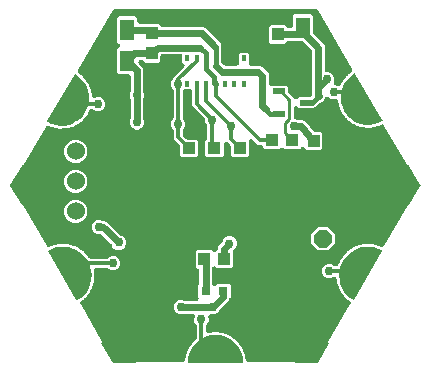
<source format=gbr>
G04 EAGLE Gerber RS-274X export*
G75*
%MOMM*%
%FSLAX34Y34*%
%LPD*%
%INTop Copper*%
%IPPOS*%
%AMOC8*
5,1,8,0,0,1.08239X$1,22.5*%
G01*
%ADD10R,1.000000X1.100000*%
%ADD11R,0.800000X0.800000*%
%ADD12P,1.649562X8X22.500000*%
%ADD13C,1.524000*%
%ADD14R,0.350000X0.500000*%
%ADD15R,1.016000X0.508000*%
%ADD16R,1.230000X1.800000*%
%ADD17R,1.100000X1.000000*%
%ADD18C,1.000000*%
%ADD19C,0.756400*%
%ADD20C,0.609600*%
%ADD21C,0.406400*%
%ADD22C,0.304800*%
%ADD23C,0.254000*%

G36*
X277709Y196375D02*
X277709Y196375D01*
X277737Y196373D01*
X277806Y196395D01*
X277876Y196409D01*
X277900Y196425D01*
X277926Y196434D01*
X277981Y196481D01*
X278040Y196522D01*
X278055Y196545D01*
X278077Y196564D01*
X278108Y196629D01*
X278147Y196689D01*
X278152Y196717D01*
X278164Y196743D01*
X278173Y196844D01*
X278180Y196885D01*
X278178Y196895D01*
X278179Y196908D01*
X278122Y197623D01*
X317558Y197623D01*
X317738Y197641D01*
X317920Y197656D01*
X317939Y197661D01*
X317959Y197663D01*
X318132Y197717D01*
X318307Y197766D01*
X318325Y197776D01*
X318344Y197782D01*
X318503Y197868D01*
X318665Y197951D01*
X318680Y197964D01*
X318698Y197973D01*
X318836Y198089D01*
X318979Y198203D01*
X318992Y198218D01*
X319007Y198231D01*
X319120Y198372D01*
X319237Y198512D01*
X319247Y198529D01*
X319259Y198545D01*
X319343Y198705D01*
X319430Y198865D01*
X319437Y198886D01*
X319445Y198902D01*
X319466Y198976D01*
X319533Y199181D01*
X319904Y200727D01*
X319910Y200769D01*
X319954Y201042D01*
X320022Y201900D01*
X320062Y201949D01*
X320126Y202065D01*
X320197Y202178D01*
X320222Y202242D01*
X320255Y202302D01*
X320311Y202472D01*
X320342Y202553D01*
X320347Y202582D01*
X320358Y202618D01*
X320465Y203061D01*
X320474Y203129D01*
X320492Y203196D01*
X320502Y203328D01*
X320520Y203460D01*
X320515Y203529D01*
X320520Y203598D01*
X320503Y203729D01*
X320495Y203862D01*
X320820Y204649D01*
X320833Y204690D01*
X320919Y204952D01*
X321120Y205790D01*
X321167Y205831D01*
X321249Y205937D01*
X321336Y206036D01*
X321371Y206096D01*
X321413Y206150D01*
X321495Y206310D01*
X321538Y206385D01*
X321548Y206413D01*
X321565Y206446D01*
X321739Y206867D01*
X321759Y206933D01*
X321787Y206996D01*
X321817Y207125D01*
X321856Y207252D01*
X321862Y207321D01*
X321878Y207388D01*
X321881Y207521D01*
X321894Y207653D01*
X321894Y207654D01*
X322339Y208380D01*
X322358Y208419D01*
X322483Y208664D01*
X322813Y209460D01*
X322867Y209493D01*
X322963Y209585D01*
X323065Y209669D01*
X323109Y209723D01*
X323159Y209770D01*
X323265Y209915D01*
X323319Y209982D01*
X323333Y210008D01*
X323355Y210038D01*
X323593Y210427D01*
X323623Y210489D01*
X323661Y210546D01*
X323711Y210670D01*
X323768Y210789D01*
X323786Y210856D01*
X323811Y210920D01*
X323836Y211051D01*
X323869Y211179D01*
X323869Y211180D01*
X324422Y211827D01*
X324446Y211862D01*
X324609Y212085D01*
X325059Y212819D01*
X325117Y212844D01*
X325227Y212919D01*
X325341Y212987D01*
X325393Y213033D01*
X325449Y213072D01*
X325577Y213198D01*
X325641Y213256D01*
X325658Y213279D01*
X325685Y213306D01*
X325981Y213653D01*
X326020Y213709D01*
X326067Y213760D01*
X326135Y213874D01*
X326211Y213983D01*
X326238Y214047D01*
X326274Y214106D01*
X326318Y214231D01*
X326371Y214353D01*
X327019Y214906D01*
X327049Y214937D01*
X327244Y215131D01*
X327804Y215786D01*
X327865Y215802D01*
X327985Y215859D01*
X328108Y215908D01*
X328166Y215945D01*
X328228Y215975D01*
X328373Y216080D01*
X328446Y216127D01*
X328467Y216147D01*
X328497Y216169D01*
X328844Y216465D01*
X328892Y216515D01*
X328946Y216558D01*
X329031Y216660D01*
X329123Y216756D01*
X329160Y216814D01*
X329204Y216867D01*
X329268Y216984D01*
X329339Y217096D01*
X329364Y217160D01*
X329397Y217221D01*
X329427Y217311D01*
X329433Y217324D01*
X329442Y217358D01*
X329453Y217390D01*
X329484Y217471D01*
X329489Y217500D01*
X329500Y217536D01*
X329508Y217569D01*
X329518Y217642D01*
X329537Y217712D01*
X329549Y217852D01*
X329551Y217868D01*
X329551Y217881D01*
X329551Y217882D01*
X329563Y217968D01*
X329561Y218001D01*
X329564Y218043D01*
X329564Y227749D01*
X329562Y227776D01*
X329564Y227803D01*
X329542Y227977D01*
X329524Y228150D01*
X329517Y228176D01*
X329513Y228202D01*
X329458Y228368D01*
X329406Y228535D01*
X329393Y228559D01*
X329385Y228584D01*
X329298Y228735D01*
X329214Y228889D01*
X329197Y228909D01*
X329184Y228933D01*
X328969Y229186D01*
X328230Y229925D01*
X327306Y232155D01*
X327306Y234570D01*
X327707Y235538D01*
X327711Y235551D01*
X327717Y235563D01*
X327769Y235743D01*
X327824Y235923D01*
X327825Y235937D01*
X327829Y235950D01*
X327844Y236138D01*
X327862Y236324D01*
X327861Y236337D01*
X327862Y236351D01*
X327840Y236537D01*
X327820Y236725D01*
X327816Y236737D01*
X327815Y236751D01*
X327757Y236929D01*
X327701Y237109D01*
X327694Y237121D01*
X327690Y237133D01*
X327598Y237297D01*
X327507Y237462D01*
X327499Y237472D01*
X327492Y237484D01*
X327369Y237627D01*
X327248Y237770D01*
X327238Y237779D01*
X327229Y237789D01*
X327080Y237904D01*
X326933Y238021D01*
X326921Y238027D01*
X326911Y238036D01*
X326743Y238119D01*
X326575Y238205D01*
X326562Y238209D01*
X326550Y238215D01*
X326368Y238264D01*
X326188Y238315D01*
X326174Y238316D01*
X326161Y238319D01*
X325831Y238347D01*
X319296Y238347D01*
X319265Y238343D01*
X319233Y238346D01*
X319064Y238323D01*
X318895Y238307D01*
X318865Y238297D01*
X318834Y238293D01*
X318518Y238192D01*
X317120Y237613D01*
X314705Y237613D01*
X312475Y238536D01*
X310768Y240244D01*
X309844Y242474D01*
X309844Y244888D01*
X310768Y247119D01*
X312475Y248826D01*
X314705Y249750D01*
X317120Y249750D01*
X318518Y249171D01*
X318548Y249162D01*
X318576Y249148D01*
X318741Y249103D01*
X318904Y249054D01*
X318935Y249051D01*
X318965Y249043D01*
X319296Y249016D01*
X328999Y249016D01*
X329008Y249017D01*
X329017Y249016D01*
X329207Y249037D01*
X329400Y249056D01*
X329408Y249059D01*
X329417Y249059D01*
X329601Y249118D01*
X329784Y249174D01*
X329792Y249178D01*
X329801Y249181D01*
X329970Y249275D01*
X330139Y249366D01*
X330145Y249371D01*
X330153Y249376D01*
X330301Y249501D01*
X330448Y249624D01*
X330453Y249630D01*
X330460Y249636D01*
X330580Y249788D01*
X330700Y249937D01*
X330704Y249945D01*
X330710Y249952D01*
X330798Y250125D01*
X330886Y250295D01*
X330888Y250303D01*
X330892Y250311D01*
X330944Y250497D01*
X330997Y250682D01*
X330998Y250690D01*
X331000Y250699D01*
X331014Y250891D01*
X331030Y251083D01*
X331029Y251092D01*
X331030Y251101D01*
X331005Y251293D01*
X330983Y251483D01*
X330980Y251491D01*
X330979Y251500D01*
X330918Y251681D01*
X330858Y251865D01*
X330854Y251873D01*
X330851Y251882D01*
X330755Y252048D01*
X330660Y252216D01*
X330654Y252223D01*
X330650Y252231D01*
X330625Y252260D01*
X330625Y262188D01*
X330982Y262545D01*
X330999Y262566D01*
X331019Y262583D01*
X331126Y262721D01*
X331237Y262857D01*
X331250Y262880D01*
X331266Y262901D01*
X331344Y263058D01*
X331426Y263212D01*
X331434Y263238D01*
X331445Y263262D01*
X331491Y263431D01*
X331541Y263598D01*
X331543Y263625D01*
X331550Y263651D01*
X331577Y263981D01*
X331577Y274568D01*
X331575Y274586D01*
X331577Y274603D01*
X331555Y274786D01*
X331537Y274969D01*
X331532Y274986D01*
X331530Y275003D01*
X331473Y275178D01*
X331419Y275353D01*
X331411Y275369D01*
X331405Y275386D01*
X331315Y275546D01*
X331227Y275707D01*
X331216Y275721D01*
X331207Y275737D01*
X331087Y275876D01*
X330970Y276017D01*
X330956Y276028D01*
X330944Y276041D01*
X330799Y276154D01*
X330656Y276269D01*
X330640Y276277D01*
X330626Y276288D01*
X330461Y276370D01*
X330299Y276455D01*
X330282Y276459D01*
X330265Y276467D01*
X330087Y276515D01*
X330033Y276531D01*
X328625Y277939D01*
X328625Y290833D01*
X329965Y292173D01*
X341859Y292173D01*
X342976Y291056D01*
X342989Y291045D01*
X343001Y291031D01*
X343145Y290917D01*
X343287Y290801D01*
X343303Y290793D01*
X343317Y290782D01*
X343481Y290698D01*
X343643Y290612D01*
X343660Y290607D01*
X343676Y290599D01*
X343853Y290550D01*
X344029Y290498D01*
X344046Y290496D01*
X344064Y290491D01*
X344247Y290478D01*
X344430Y290461D01*
X344447Y290463D01*
X344465Y290462D01*
X344647Y290485D01*
X344830Y290505D01*
X344847Y290510D01*
X344865Y290512D01*
X345038Y290571D01*
X345214Y290626D01*
X345229Y290635D01*
X345246Y290641D01*
X345406Y290732D01*
X345566Y290821D01*
X345580Y290832D01*
X345595Y290841D01*
X345848Y291056D01*
X346982Y292190D01*
X346999Y292211D01*
X347019Y292228D01*
X347126Y292366D01*
X347237Y292502D01*
X347250Y292525D01*
X347266Y292546D01*
X347344Y292703D01*
X347426Y292857D01*
X347434Y292883D01*
X347445Y292907D01*
X347491Y293076D01*
X347541Y293243D01*
X347543Y293270D01*
X347550Y293296D01*
X347577Y293626D01*
X347577Y294442D01*
X348389Y296403D01*
X350176Y298189D01*
X351023Y299036D01*
X351043Y299060D01*
X351066Y299081D01*
X351170Y299216D01*
X351278Y299348D01*
X351293Y299375D01*
X351312Y299400D01*
X351463Y299695D01*
X352043Y301094D01*
X353750Y302801D01*
X355980Y303725D01*
X358395Y303725D01*
X360625Y302801D01*
X362332Y301094D01*
X363256Y298863D01*
X363256Y296449D01*
X362332Y294219D01*
X360794Y292680D01*
X360777Y292659D01*
X360756Y292642D01*
X360649Y292504D01*
X360539Y292368D01*
X360526Y292345D01*
X360510Y292324D01*
X360432Y292167D01*
X360350Y292013D01*
X360342Y291987D01*
X360330Y291963D01*
X360285Y291794D01*
X360235Y291627D01*
X360233Y291600D01*
X360226Y291574D01*
X360199Y291244D01*
X360199Y277939D01*
X358859Y276599D01*
X346965Y276599D01*
X345848Y277716D01*
X345835Y277727D01*
X345823Y277740D01*
X345679Y277854D01*
X345537Y277971D01*
X345521Y277979D01*
X345507Y277990D01*
X345343Y278073D01*
X345181Y278159D01*
X345164Y278164D01*
X345148Y278172D01*
X344972Y278222D01*
X344795Y278274D01*
X344777Y278276D01*
X344760Y278280D01*
X344578Y278294D01*
X344394Y278311D01*
X344376Y278309D01*
X344359Y278310D01*
X344177Y278287D01*
X343994Y278267D01*
X343977Y278262D01*
X343959Y278260D01*
X343786Y278201D01*
X343610Y278146D01*
X343594Y278137D01*
X343578Y278131D01*
X343419Y278040D01*
X343258Y277951D01*
X343244Y277939D01*
X343229Y277930D01*
X342976Y277716D01*
X342842Y277582D01*
X342825Y277561D01*
X342804Y277543D01*
X342697Y277406D01*
X342587Y277270D01*
X342574Y277247D01*
X342558Y277225D01*
X342480Y277069D01*
X342398Y276915D01*
X342390Y276889D01*
X342378Y276865D01*
X342333Y276696D01*
X342283Y276529D01*
X342281Y276502D01*
X342274Y276476D01*
X342247Y276145D01*
X342247Y263981D01*
X342249Y263955D01*
X342247Y263928D01*
X342269Y263754D01*
X342287Y263581D01*
X342294Y263555D01*
X342298Y263529D01*
X342353Y263363D01*
X342405Y263196D01*
X342417Y263172D01*
X342426Y263147D01*
X342513Y262995D01*
X342596Y262842D01*
X342613Y262821D01*
X342627Y262798D01*
X342842Y262545D01*
X342976Y262411D01*
X342989Y262400D01*
X343001Y262386D01*
X343145Y262272D01*
X343287Y262156D01*
X343303Y262148D01*
X343317Y262137D01*
X343481Y262053D01*
X343643Y261967D01*
X343660Y261962D01*
X343676Y261954D01*
X343853Y261905D01*
X344029Y261853D01*
X344046Y261851D01*
X344064Y261846D01*
X344247Y261833D01*
X344430Y261816D01*
X344447Y261818D01*
X344465Y261817D01*
X344647Y261840D01*
X344830Y261860D01*
X344847Y261865D01*
X344865Y261867D01*
X345038Y261925D01*
X345214Y261981D01*
X345229Y261990D01*
X345246Y261995D01*
X345406Y262087D01*
X345566Y262176D01*
X345580Y262187D01*
X345595Y262196D01*
X345848Y262411D01*
X346965Y263528D01*
X356859Y263528D01*
X358199Y262188D01*
X358199Y252294D01*
X357327Y251422D01*
X357307Y251398D01*
X357284Y251377D01*
X357180Y251242D01*
X357072Y251110D01*
X357057Y251083D01*
X357038Y251058D01*
X356887Y250763D01*
X356434Y249671D01*
X349065Y242301D01*
X349045Y242277D01*
X349021Y242257D01*
X348918Y242122D01*
X348809Y241990D01*
X348795Y241962D01*
X348776Y241937D01*
X348624Y241642D01*
X348045Y240244D01*
X346338Y238536D01*
X344107Y237613D01*
X341561Y237613D01*
X341392Y237627D01*
X341202Y237645D01*
X341192Y237644D01*
X341183Y237645D01*
X340993Y237624D01*
X340801Y237604D01*
X340792Y237601D01*
X340783Y237600D01*
X340601Y237542D01*
X340417Y237484D01*
X340408Y237480D01*
X340400Y237477D01*
X340231Y237383D01*
X340063Y237291D01*
X340056Y237285D01*
X340048Y237280D01*
X339901Y237154D01*
X339755Y237032D01*
X339749Y237025D01*
X339742Y237019D01*
X339624Y236867D01*
X339504Y236717D01*
X339500Y236709D01*
X339494Y236702D01*
X339407Y236528D01*
X339320Y236359D01*
X339318Y236350D01*
X339313Y236342D01*
X339262Y236156D01*
X339210Y235972D01*
X339210Y235963D01*
X339207Y235953D01*
X339194Y235762D01*
X339179Y235570D01*
X339180Y235561D01*
X339179Y235552D01*
X339204Y235362D01*
X339227Y235171D01*
X339230Y235162D01*
X339232Y235153D01*
X339333Y234837D01*
X339444Y234570D01*
X339444Y232155D01*
X338520Y229925D01*
X337781Y229186D01*
X337764Y229165D01*
X337743Y229148D01*
X337636Y229010D01*
X337526Y228874D01*
X337513Y228851D01*
X337497Y228829D01*
X337419Y228672D01*
X337337Y228518D01*
X337329Y228493D01*
X337317Y228469D01*
X337272Y228299D01*
X337222Y228133D01*
X337220Y228106D01*
X337213Y228080D01*
X337186Y227749D01*
X337186Y223953D01*
X337195Y223864D01*
X337193Y223775D01*
X337214Y223664D01*
X337226Y223552D01*
X337252Y223467D01*
X337268Y223380D01*
X337311Y223275D01*
X337344Y223167D01*
X337386Y223089D01*
X337420Y223006D01*
X337482Y222912D01*
X337536Y222813D01*
X337592Y222745D01*
X337641Y222671D01*
X337721Y222590D01*
X337793Y222504D01*
X337863Y222448D01*
X337925Y222385D01*
X338019Y222322D01*
X338107Y222251D01*
X338186Y222210D01*
X338260Y222161D01*
X338364Y222118D01*
X338464Y222066D01*
X338550Y222041D01*
X338632Y222007D01*
X338743Y221986D01*
X338851Y221955D01*
X338940Y221947D01*
X339027Y221930D01*
X339140Y221931D01*
X339253Y221922D01*
X339341Y221932D01*
X339430Y221933D01*
X339540Y221955D01*
X339652Y221969D01*
X339737Y221996D01*
X339824Y222014D01*
X339928Y222058D01*
X340035Y222093D01*
X340072Y222114D01*
X341108Y222196D01*
X341151Y222203D01*
X341423Y222246D01*
X342261Y222447D01*
X342320Y222423D01*
X342450Y222399D01*
X342579Y222366D01*
X342647Y222362D01*
X342715Y222349D01*
X342894Y222349D01*
X342981Y222344D01*
X343010Y222348D01*
X343047Y222348D01*
X343502Y222384D01*
X343570Y222396D01*
X343639Y222399D01*
X343768Y222432D01*
X343898Y222455D01*
X343962Y222481D01*
X344029Y222497D01*
X344149Y222554D01*
X344273Y222603D01*
X345122Y222537D01*
X345166Y222538D01*
X345441Y222537D01*
X346299Y222604D01*
X346354Y222572D01*
X346479Y222527D01*
X346601Y222475D01*
X346668Y222460D01*
X346733Y222437D01*
X346910Y222408D01*
X346994Y222390D01*
X347024Y222390D01*
X347060Y222384D01*
X347515Y222348D01*
X347584Y222350D01*
X347653Y222342D01*
X347785Y222354D01*
X347918Y222357D01*
X347985Y222372D01*
X348054Y222378D01*
X348181Y222415D01*
X348311Y222444D01*
X349139Y222246D01*
X349181Y222240D01*
X349454Y222196D01*
X350313Y222128D01*
X350361Y222088D01*
X350478Y222024D01*
X350590Y221953D01*
X350654Y221928D01*
X350715Y221895D01*
X350885Y221839D01*
X350966Y221808D01*
X350995Y221803D01*
X351030Y221792D01*
X351474Y221685D01*
X351542Y221676D01*
X351608Y221658D01*
X351741Y221648D01*
X351873Y221630D01*
X351941Y221635D01*
X352010Y221630D01*
X352142Y221647D01*
X352274Y221655D01*
X352275Y221655D01*
X353061Y221330D01*
X353102Y221317D01*
X353365Y221231D01*
X354202Y221030D01*
X354244Y220982D01*
X354349Y220901D01*
X354449Y220814D01*
X354508Y220779D01*
X354563Y220737D01*
X354722Y220655D01*
X354797Y220612D01*
X354825Y220602D01*
X354858Y220585D01*
X355280Y220411D01*
X355346Y220391D01*
X355408Y220363D01*
X355538Y220333D01*
X355665Y220294D01*
X355734Y220288D01*
X355801Y220272D01*
X355934Y220269D01*
X356066Y220256D01*
X356792Y219811D01*
X356831Y219792D01*
X357076Y219667D01*
X357872Y219337D01*
X357906Y219283D01*
X357997Y219187D01*
X358082Y219085D01*
X358135Y219041D01*
X358183Y218991D01*
X358327Y218885D01*
X358394Y218831D01*
X358420Y218817D01*
X358450Y218795D01*
X358839Y218557D01*
X358901Y218527D01*
X358959Y218489D01*
X359082Y218439D01*
X359202Y218382D01*
X359268Y218364D01*
X359332Y218339D01*
X359463Y218314D01*
X359592Y218281D01*
X360239Y217728D01*
X360275Y217704D01*
X360497Y217541D01*
X361232Y217091D01*
X361257Y217033D01*
X361332Y216923D01*
X361399Y216809D01*
X361445Y216757D01*
X361484Y216701D01*
X361611Y216573D01*
X361668Y216509D01*
X361692Y216492D01*
X361718Y216465D01*
X362065Y216169D01*
X362122Y216130D01*
X362173Y216083D01*
X362287Y216015D01*
X362396Y215939D01*
X362459Y215912D01*
X362518Y215876D01*
X362643Y215832D01*
X362765Y215779D01*
X363318Y215131D01*
X363350Y215101D01*
X363544Y214906D01*
X364199Y214346D01*
X364214Y214285D01*
X364271Y214165D01*
X364320Y214042D01*
X364358Y213984D01*
X364387Y213922D01*
X364492Y213777D01*
X364539Y213704D01*
X364560Y213683D01*
X364581Y213653D01*
X364878Y213306D01*
X364927Y213258D01*
X364971Y213204D01*
X365072Y213119D01*
X365168Y213027D01*
X365226Y212990D01*
X365279Y212946D01*
X365396Y212882D01*
X365508Y212811D01*
X365953Y212085D01*
X365979Y212051D01*
X366141Y211827D01*
X366700Y211172D01*
X366706Y211109D01*
X366743Y210982D01*
X366772Y210852D01*
X366800Y210789D01*
X366820Y210723D01*
X366901Y210563D01*
X366936Y210484D01*
X366953Y210460D01*
X366969Y210427D01*
X367208Y210038D01*
X367249Y209983D01*
X367284Y209923D01*
X367371Y209823D01*
X367451Y209717D01*
X367503Y209671D01*
X367548Y209619D01*
X367653Y209538D01*
X367753Y209451D01*
X367753Y209450D01*
X368079Y208664D01*
X368099Y208627D01*
X368224Y208380D01*
X368674Y207645D01*
X368670Y207582D01*
X368687Y207450D01*
X368695Y207318D01*
X368713Y207251D01*
X368722Y207183D01*
X368777Y207013D01*
X368799Y206929D01*
X368812Y206903D01*
X368823Y206867D01*
X368998Y206446D01*
X369031Y206385D01*
X369055Y206320D01*
X369125Y206208D01*
X369188Y206091D01*
X369232Y206038D01*
X369269Y205979D01*
X369360Y205883D01*
X369445Y205780D01*
X369644Y204952D01*
X369657Y204912D01*
X369742Y204649D01*
X370072Y203853D01*
X370058Y203792D01*
X370054Y203659D01*
X370041Y203527D01*
X370049Y203458D01*
X370047Y203389D01*
X370074Y203212D01*
X370083Y203126D01*
X370092Y203098D01*
X370098Y203061D01*
X370204Y202618D01*
X370227Y202552D01*
X370241Y202485D01*
X370293Y202363D01*
X370336Y202237D01*
X370372Y202178D01*
X370399Y202114D01*
X370474Y202005D01*
X370541Y201891D01*
X370541Y201890D01*
X370608Y201042D01*
X370616Y200999D01*
X370658Y200727D01*
X371029Y199181D01*
X371089Y199009D01*
X371145Y198837D01*
X371155Y198819D01*
X371162Y198800D01*
X371254Y198644D01*
X371343Y198486D01*
X371356Y198471D01*
X371366Y198454D01*
X371488Y198319D01*
X371606Y198181D01*
X371622Y198169D01*
X371635Y198154D01*
X371781Y198046D01*
X371924Y197934D01*
X371942Y197926D01*
X371958Y197914D01*
X372122Y197836D01*
X372285Y197755D01*
X372304Y197750D01*
X372322Y197741D01*
X372498Y197698D01*
X372674Y197651D01*
X372696Y197649D01*
X372713Y197644D01*
X372790Y197641D01*
X373004Y197623D01*
X412440Y197623D01*
X412384Y196908D01*
X412387Y196880D01*
X412382Y196852D01*
X412399Y196782D01*
X412408Y196711D01*
X412422Y196686D01*
X412428Y196659D01*
X412471Y196601D01*
X412507Y196539D01*
X412529Y196521D01*
X412546Y196499D01*
X412608Y196462D01*
X412665Y196419D01*
X412693Y196412D01*
X412717Y196397D01*
X412817Y196380D01*
X412858Y196370D01*
X412869Y196372D01*
X412881Y196370D01*
X431881Y196370D01*
X431957Y196385D01*
X432035Y196394D01*
X432054Y196405D01*
X432076Y196409D01*
X432140Y196453D01*
X432208Y196491D01*
X432224Y196511D01*
X432240Y196522D01*
X432264Y196559D01*
X432314Y196620D01*
X441814Y213120D01*
X441823Y213147D01*
X441839Y213170D01*
X441854Y213241D01*
X441877Y213308D01*
X441875Y213337D01*
X441881Y213365D01*
X441867Y213435D01*
X441861Y213507D01*
X441848Y213532D01*
X441842Y213560D01*
X441802Y213619D01*
X441769Y213683D01*
X441747Y213701D01*
X441731Y213725D01*
X441648Y213783D01*
X441616Y213809D01*
X441606Y213812D01*
X441595Y213820D01*
X440968Y214117D01*
X459470Y246165D01*
X459548Y246338D01*
X459630Y246516D01*
X459632Y246524D01*
X459636Y246532D01*
X459679Y246719D01*
X459724Y246907D01*
X459724Y246916D01*
X459726Y246925D01*
X459731Y247117D01*
X459738Y247310D01*
X459737Y247318D01*
X459737Y247327D01*
X459704Y247515D01*
X459673Y247707D01*
X459670Y247715D01*
X459668Y247724D01*
X459600Y247900D01*
X459531Y248083D01*
X459526Y248091D01*
X459523Y248099D01*
X459419Y248262D01*
X459317Y248425D01*
X459311Y248432D01*
X459306Y248438D01*
X459270Y248476D01*
X459093Y248669D01*
X457903Y249774D01*
X457850Y249814D01*
X457666Y249963D01*
X456933Y250463D01*
X456914Y250512D01*
X456848Y250618D01*
X456790Y250729D01*
X456741Y250789D01*
X456701Y250853D01*
X456591Y250974D01*
X456535Y251041D01*
X456508Y251064D01*
X456477Y251098D01*
X456192Y251363D01*
X456131Y251409D01*
X456076Y251462D01*
X455971Y251530D01*
X455871Y251606D01*
X455802Y251639D01*
X455738Y251681D01*
X455622Y251727D01*
X455521Y251775D01*
X454972Y252464D01*
X454925Y252512D01*
X454765Y252687D01*
X454115Y253291D01*
X454104Y253342D01*
X454054Y253457D01*
X454013Y253575D01*
X453974Y253641D01*
X453943Y253711D01*
X453853Y253846D01*
X453808Y253922D01*
X453784Y253948D01*
X453758Y253987D01*
X453516Y254290D01*
X453463Y254345D01*
X453417Y254406D01*
X453323Y254489D01*
X453235Y254579D01*
X453172Y254622D01*
X453115Y254673D01*
X453007Y254735D01*
X452914Y254798D01*
X452474Y255562D01*
X452435Y255616D01*
X452420Y255639D01*
X452404Y255667D01*
X452390Y255683D01*
X452303Y255812D01*
X451750Y256506D01*
X451747Y256559D01*
X451714Y256679D01*
X451691Y256803D01*
X451663Y256874D01*
X451643Y256948D01*
X451573Y257095D01*
X451541Y257176D01*
X451521Y257206D01*
X451501Y257248D01*
X451307Y257584D01*
X451262Y257646D01*
X451226Y257713D01*
X451145Y257809D01*
X451072Y257911D01*
X451016Y257963D01*
X450967Y258022D01*
X450869Y258100D01*
X450787Y258176D01*
X450466Y258997D01*
X450435Y259056D01*
X450334Y259270D01*
X449891Y260039D01*
X449895Y260091D01*
X449881Y260215D01*
X449877Y260340D01*
X449859Y260415D01*
X449851Y260491D01*
X449804Y260647D01*
X449783Y260732D01*
X449768Y260764D01*
X449755Y260808D01*
X449613Y261170D01*
X449578Y261238D01*
X449552Y261310D01*
X449487Y261417D01*
X449430Y261529D01*
X449382Y261589D01*
X449342Y261654D01*
X449257Y261746D01*
X449188Y261833D01*
X448992Y262692D01*
X448970Y262756D01*
X448902Y262982D01*
X448578Y263809D01*
X448591Y263859D01*
X448596Y263984D01*
X448610Y264109D01*
X448603Y264185D01*
X448606Y264262D01*
X448583Y264423D01*
X448576Y264510D01*
X448566Y264545D01*
X448559Y264590D01*
X448473Y264969D01*
X448448Y265042D01*
X448433Y265117D01*
X448385Y265232D01*
X448345Y265351D01*
X448307Y265417D01*
X448277Y265488D01*
X448206Y265591D01*
X448151Y265688D01*
X448085Y266566D01*
X448074Y266632D01*
X448040Y266867D01*
X447772Y268042D01*
X447712Y268222D01*
X447654Y268400D01*
X447648Y268411D01*
X447644Y268424D01*
X447550Y268587D01*
X447458Y268752D01*
X447450Y268762D01*
X447443Y268773D01*
X447319Y268914D01*
X447196Y269058D01*
X447186Y269066D01*
X447178Y269075D01*
X447027Y269190D01*
X446879Y269306D01*
X446868Y269312D01*
X446858Y269319D01*
X446688Y269402D01*
X446519Y269487D01*
X446507Y269490D01*
X446496Y269496D01*
X446313Y269543D01*
X446131Y269593D01*
X446118Y269594D01*
X446106Y269597D01*
X445916Y269608D01*
X445729Y269621D01*
X445717Y269619D01*
X445704Y269620D01*
X445517Y269593D01*
X445330Y269569D01*
X445317Y269564D01*
X445306Y269563D01*
X445246Y269541D01*
X445014Y269467D01*
X442883Y268584D01*
X440468Y268584D01*
X438238Y269508D01*
X436531Y271215D01*
X435607Y273446D01*
X435607Y275860D01*
X436531Y278090D01*
X438238Y279798D01*
X440468Y280721D01*
X442883Y280721D01*
X445113Y279798D01*
X445884Y279027D01*
X446027Y278910D01*
X446166Y278791D01*
X446182Y278783D01*
X446195Y278772D01*
X446358Y278686D01*
X446519Y278597D01*
X446536Y278591D01*
X446551Y278583D01*
X446727Y278531D01*
X446903Y278475D01*
X446920Y278473D01*
X446937Y278468D01*
X447120Y278452D01*
X447303Y278432D01*
X447320Y278433D01*
X447338Y278432D01*
X447521Y278452D01*
X447704Y278468D01*
X447721Y278473D01*
X447738Y278475D01*
X447913Y278531D01*
X448090Y278583D01*
X448105Y278591D01*
X448122Y278597D01*
X448283Y278686D01*
X448445Y278772D01*
X448459Y278783D01*
X448475Y278792D01*
X448615Y278911D01*
X448757Y279027D01*
X448768Y279041D01*
X448782Y279052D01*
X448896Y279196D01*
X449012Y279338D01*
X449020Y279354D01*
X449031Y279368D01*
X449053Y279411D01*
X449125Y279467D01*
X449175Y279525D01*
X449232Y279576D01*
X449306Y279677D01*
X449388Y279772D01*
X449426Y279838D01*
X449471Y279900D01*
X449543Y280046D01*
X449586Y280122D01*
X449597Y280156D01*
X449618Y280198D01*
X449760Y280559D01*
X449780Y280633D01*
X449810Y280703D01*
X449835Y280826D01*
X449869Y280947D01*
X449875Y281023D01*
X449890Y281098D01*
X449890Y281223D01*
X449899Y281335D01*
X450339Y282098D01*
X450367Y282160D01*
X450471Y282371D01*
X450796Y283197D01*
X450839Y283226D01*
X450928Y283314D01*
X451023Y283396D01*
X451070Y283456D01*
X451124Y283510D01*
X451217Y283644D01*
X451271Y283713D01*
X451287Y283745D01*
X451313Y283783D01*
X451507Y284120D01*
X451539Y284189D01*
X451579Y284254D01*
X451622Y284372D01*
X451673Y284486D01*
X451690Y284561D01*
X451717Y284633D01*
X451735Y284757D01*
X451760Y284865D01*
X452310Y285554D01*
X452346Y285610D01*
X452481Y285805D01*
X452925Y286573D01*
X452972Y286595D01*
X453073Y286670D01*
X453179Y286736D01*
X453235Y286789D01*
X453296Y286834D01*
X453408Y286953D01*
X453472Y287013D01*
X453492Y287042D01*
X453524Y287076D01*
X453766Y287379D01*
X453808Y287444D01*
X453857Y287502D01*
X453917Y287612D01*
X453985Y287718D01*
X454013Y287789D01*
X454050Y287856D01*
X454087Y287975D01*
X454128Y288079D01*
X454774Y288678D01*
X454818Y288729D01*
X454980Y288901D01*
X455534Y289595D01*
X455584Y289609D01*
X455694Y289668D01*
X455810Y289718D01*
X455872Y289761D01*
X455940Y289797D01*
X456068Y289898D01*
X456140Y289948D01*
X456165Y289974D01*
X456201Y290002D01*
X456486Y290266D01*
X456536Y290324D01*
X456594Y290374D01*
X456670Y290474D01*
X456752Y290568D01*
X456791Y290634D01*
X456837Y290695D01*
X456892Y290808D01*
X456947Y290905D01*
X457676Y291401D01*
X457728Y291444D01*
X457913Y291590D01*
X458564Y292193D01*
X458615Y292200D01*
X458734Y292242D01*
X458855Y292274D01*
X458923Y292308D01*
X458996Y292333D01*
X459138Y292414D01*
X459216Y292452D01*
X459244Y292474D01*
X459284Y292497D01*
X459605Y292716D01*
X459664Y292765D01*
X459728Y292806D01*
X459818Y292894D01*
X459914Y292974D01*
X459961Y293034D01*
X460016Y293087D01*
X460087Y293191D01*
X460157Y293278D01*
X460951Y293660D01*
X461008Y293695D01*
X461214Y293812D01*
X461947Y294311D01*
X461999Y294311D01*
X462123Y294334D01*
X462247Y294348D01*
X462320Y294371D01*
X462395Y294385D01*
X462547Y294444D01*
X462631Y294470D01*
X462662Y294488D01*
X462705Y294504D01*
X463055Y294673D01*
X463120Y294713D01*
X463190Y294744D01*
X463291Y294817D01*
X463399Y294882D01*
X463455Y294934D01*
X463517Y294979D01*
X463602Y295071D01*
X463684Y295146D01*
X464526Y295406D01*
X464588Y295432D01*
X464809Y295517D01*
X465608Y295902D01*
X465660Y295893D01*
X465785Y295898D01*
X465910Y295893D01*
X465986Y295905D01*
X466062Y295908D01*
X466222Y295943D01*
X466308Y295957D01*
X466341Y295969D01*
X466386Y295979D01*
X466758Y296094D01*
X466828Y296123D01*
X466902Y296144D01*
X467013Y296201D01*
X467129Y296250D01*
X467192Y296293D01*
X467260Y296328D01*
X467358Y296406D01*
X467450Y296468D01*
X468322Y296600D01*
X468386Y296616D01*
X468618Y296667D01*
X469466Y296928D01*
X469516Y296912D01*
X469640Y296898D01*
X469763Y296875D01*
X469840Y296875D01*
X469916Y296867D01*
X470078Y296878D01*
X470166Y296879D01*
X470201Y296886D01*
X470247Y296889D01*
X470631Y296947D01*
X470705Y296966D01*
X470781Y296975D01*
X470900Y297015D01*
X471021Y297046D01*
X471090Y297079D01*
X471163Y297104D01*
X471271Y297166D01*
X471372Y297214D01*
X472253Y297214D01*
X472320Y297221D01*
X472556Y297237D01*
X473433Y297369D01*
X473480Y297346D01*
X473601Y297313D01*
X473719Y297271D01*
X473795Y297261D01*
X473869Y297241D01*
X474031Y297227D01*
X474118Y297215D01*
X474154Y297217D01*
X474199Y297214D01*
X474588Y297214D01*
X474664Y297221D01*
X474741Y297219D01*
X474864Y297241D01*
X474989Y297253D01*
X475062Y297276D01*
X475137Y297289D01*
X475254Y297335D01*
X475360Y297367D01*
X476232Y297236D01*
X476300Y297232D01*
X476535Y297213D01*
X477422Y297213D01*
X477465Y297183D01*
X477579Y297133D01*
X477690Y297074D01*
X477763Y297052D01*
X477834Y297021D01*
X477992Y296984D01*
X478076Y296959D01*
X478112Y296956D01*
X478156Y296945D01*
X478541Y296887D01*
X478617Y296883D01*
X478692Y296870D01*
X478818Y296873D01*
X478943Y296867D01*
X479018Y296878D01*
X479095Y296880D01*
X479217Y296908D01*
X479327Y296924D01*
X480169Y296664D01*
X480236Y296651D01*
X480465Y296597D01*
X481343Y296464D01*
X481381Y296428D01*
X481487Y296361D01*
X481587Y296287D01*
X481657Y296254D01*
X481721Y296214D01*
X481873Y296153D01*
X481952Y296116D01*
X481987Y296107D01*
X482029Y296090D01*
X482401Y295976D01*
X482475Y295960D01*
X482548Y295936D01*
X482673Y295920D01*
X482795Y295895D01*
X482872Y295895D01*
X482948Y295886D01*
X483073Y295895D01*
X483184Y295895D01*
X483978Y295512D01*
X484040Y295489D01*
X484260Y295401D01*
X485798Y294927D01*
X485987Y294888D01*
X486176Y294848D01*
X486184Y294848D01*
X486192Y294847D01*
X486384Y294846D01*
X486579Y294844D01*
X486587Y294846D01*
X486595Y294846D01*
X486783Y294884D01*
X486974Y294920D01*
X486982Y294923D01*
X486990Y294925D01*
X487170Y295000D01*
X487347Y295072D01*
X487354Y295077D01*
X487361Y295080D01*
X487522Y295188D01*
X487682Y295295D01*
X487688Y295301D01*
X487695Y295305D01*
X487830Y295442D01*
X487967Y295579D01*
X487972Y295587D01*
X487978Y295592D01*
X488005Y295634D01*
X488156Y295852D01*
X508089Y330378D01*
X508698Y329958D01*
X508724Y329947D01*
X508747Y329928D01*
X508815Y329908D01*
X508881Y329880D01*
X508909Y329880D01*
X508937Y329871D01*
X509008Y329879D01*
X509079Y329879D01*
X509106Y329890D01*
X509135Y329894D01*
X509197Y329929D01*
X509263Y329956D01*
X509283Y329977D01*
X509308Y329991D01*
X509372Y330068D01*
X509401Y330099D01*
X509405Y330109D01*
X509414Y330120D01*
X518914Y346620D01*
X518924Y346651D01*
X518933Y346664D01*
X518937Y346689D01*
X518938Y346692D01*
X518969Y346763D01*
X518970Y346786D01*
X518977Y346808D01*
X518971Y346885D01*
X518972Y346962D01*
X518963Y346986D01*
X518961Y347007D01*
X518941Y347046D01*
X518914Y347118D01*
X509414Y363618D01*
X509395Y363640D01*
X509383Y363666D01*
X509330Y363714D01*
X509282Y363767D01*
X509256Y363780D01*
X509235Y363799D01*
X509167Y363822D01*
X509103Y363853D01*
X509074Y363854D01*
X509047Y363864D01*
X508976Y363859D01*
X508904Y363862D01*
X508877Y363852D01*
X508848Y363850D01*
X508758Y363808D01*
X508718Y363793D01*
X508710Y363785D01*
X508698Y363780D01*
X508089Y363360D01*
X488393Y397475D01*
X488310Y397590D01*
X488234Y397711D01*
X488193Y397754D01*
X488158Y397802D01*
X488054Y397899D01*
X487956Y398002D01*
X487907Y398036D01*
X487863Y398076D01*
X487742Y398151D01*
X487626Y398232D01*
X487571Y398256D01*
X487520Y398287D01*
X487387Y398336D01*
X487257Y398393D01*
X487198Y398406D01*
X487142Y398426D01*
X487002Y398448D01*
X486863Y398478D01*
X486803Y398479D01*
X486745Y398488D01*
X486602Y398481D01*
X486460Y398483D01*
X486402Y398472D01*
X486342Y398470D01*
X486204Y398436D01*
X486065Y398409D01*
X486001Y398385D01*
X485952Y398373D01*
X485877Y398338D01*
X485755Y398291D01*
X485674Y398252D01*
X485615Y398216D01*
X485552Y398188D01*
X485443Y398112D01*
X485330Y398042D01*
X485279Y397996D01*
X485223Y397956D01*
X485132Y397860D01*
X485034Y397769D01*
X484218Y397525D01*
X484178Y397509D01*
X483921Y397410D01*
X483144Y397037D01*
X483082Y397048D01*
X482949Y397044D01*
X482816Y397050D01*
X482748Y397039D01*
X482680Y397037D01*
X482504Y397000D01*
X482419Y396986D01*
X482391Y396976D01*
X482355Y396968D01*
X481907Y396834D01*
X481844Y396808D01*
X481777Y396790D01*
X481658Y396732D01*
X481535Y396681D01*
X481478Y396643D01*
X481416Y396612D01*
X481310Y396531D01*
X481200Y396458D01*
X480356Y396344D01*
X480314Y396334D01*
X480044Y396277D01*
X479219Y396030D01*
X479159Y396051D01*
X479027Y396068D01*
X478897Y396094D01*
X478828Y396094D01*
X478760Y396103D01*
X478581Y396093D01*
X478495Y396093D01*
X478466Y396087D01*
X478428Y396085D01*
X477965Y396023D01*
X477898Y396007D01*
X477830Y396000D01*
X477703Y395961D01*
X477574Y395930D01*
X477511Y395902D01*
X477445Y395881D01*
X477329Y395818D01*
X477208Y395762D01*
X476356Y395782D01*
X476314Y395779D01*
X476038Y395765D01*
X475184Y395650D01*
X475128Y395679D01*
X475001Y395717D01*
X474876Y395763D01*
X474808Y395774D01*
X474742Y395793D01*
X474564Y395812D01*
X474479Y395825D01*
X474449Y395824D01*
X474412Y395828D01*
X473945Y395839D01*
X473877Y395834D01*
X473808Y395838D01*
X473676Y395819D01*
X473544Y395809D01*
X473477Y395790D01*
X473409Y395780D01*
X473284Y395736D01*
X473156Y395700D01*
X473156Y395699D01*
X472318Y395852D01*
X472275Y395856D01*
X472001Y395885D01*
X471140Y395905D01*
X471089Y395943D01*
X470970Y396000D01*
X470854Y396065D01*
X470788Y396086D01*
X470726Y396116D01*
X470553Y396162D01*
X470471Y396189D01*
X470441Y396192D01*
X470405Y396202D01*
X469946Y396286D01*
X469877Y396291D01*
X469810Y396306D01*
X469677Y396308D01*
X469544Y396319D01*
X469476Y396311D01*
X469407Y396311D01*
X469277Y396287D01*
X469145Y396272D01*
X469144Y396271D01*
X468341Y396554D01*
X468299Y396564D01*
X468033Y396635D01*
X467185Y396790D01*
X467141Y396835D01*
X467032Y396910D01*
X466928Y396993D01*
X466866Y397024D01*
X466809Y397063D01*
X466646Y397136D01*
X466569Y397175D01*
X466540Y397183D01*
X466506Y397198D01*
X466065Y397353D01*
X465998Y397369D01*
X465934Y397394D01*
X465803Y397417D01*
X465674Y397448D01*
X465605Y397451D01*
X465537Y397462D01*
X465404Y397459D01*
X465272Y397464D01*
X465271Y397464D01*
X464522Y397868D01*
X464483Y397885D01*
X464231Y397997D01*
X463418Y398283D01*
X463381Y398334D01*
X463285Y398425D01*
X463195Y398523D01*
X463139Y398564D01*
X463089Y398611D01*
X462939Y398708D01*
X462869Y398759D01*
X462842Y398772D01*
X462811Y398792D01*
X462400Y399014D01*
X462336Y399040D01*
X462276Y399075D01*
X462151Y399118D01*
X462028Y399169D01*
X461961Y399182D01*
X461895Y399205D01*
X461764Y399222D01*
X461633Y399248D01*
X460956Y399764D01*
X460920Y399787D01*
X460688Y399937D01*
X459930Y400346D01*
X459902Y400403D01*
X459821Y400508D01*
X459748Y400619D01*
X459699Y400667D01*
X459657Y400722D01*
X459524Y400842D01*
X459462Y400903D01*
X459438Y400919D01*
X459410Y400944D01*
X459039Y401228D01*
X458980Y401264D01*
X458927Y401307D01*
X458810Y401369D01*
X458696Y401439D01*
X458631Y401463D01*
X458571Y401495D01*
X458443Y401532D01*
X458318Y401579D01*
X457730Y402195D01*
X457707Y402215D01*
X457701Y402222D01*
X457685Y402235D01*
X457493Y402407D01*
X456808Y402930D01*
X456790Y402990D01*
X456726Y403107D01*
X456670Y403228D01*
X456630Y403283D01*
X456597Y403344D01*
X456484Y403483D01*
X456433Y403553D01*
X456412Y403573D01*
X456388Y403602D01*
X456066Y403940D01*
X456014Y403985D01*
X455968Y404036D01*
X455861Y404116D01*
X455760Y404202D01*
X455700Y404236D01*
X455645Y404277D01*
X455525Y404334D01*
X455409Y404399D01*
X454925Y405100D01*
X454897Y405132D01*
X454724Y405347D01*
X454129Y405971D01*
X454120Y406033D01*
X454075Y406158D01*
X454039Y406286D01*
X454008Y406347D01*
X453985Y406412D01*
X453895Y406568D01*
X453856Y406645D01*
X453838Y406668D01*
X453819Y406700D01*
X453554Y407084D01*
X453509Y407137D01*
X453472Y407195D01*
X453379Y407290D01*
X453293Y407391D01*
X453239Y407434D01*
X453191Y407483D01*
X453081Y407558D01*
X452977Y407641D01*
X452608Y408408D01*
X452586Y408445D01*
X452448Y408684D01*
X451958Y409393D01*
X451959Y409456D01*
X451935Y409586D01*
X451919Y409718D01*
X451898Y409784D01*
X451885Y409852D01*
X451821Y410019D01*
X451794Y410101D01*
X451780Y410126D01*
X451767Y410161D01*
X451564Y410582D01*
X451528Y410641D01*
X451501Y410704D01*
X451424Y410813D01*
X451355Y410926D01*
X451308Y410977D01*
X451268Y411033D01*
X451172Y411124D01*
X451082Y411222D01*
X450838Y412038D01*
X450821Y412078D01*
X450723Y412336D01*
X450350Y413112D01*
X450360Y413174D01*
X450357Y413307D01*
X450362Y413440D01*
X450351Y413508D01*
X450349Y413577D01*
X450312Y413752D01*
X450299Y413837D01*
X450288Y413865D01*
X450281Y413901D01*
X450147Y414349D01*
X450121Y414413D01*
X450103Y414479D01*
X450044Y414598D01*
X449994Y414721D01*
X449955Y414779D01*
X449925Y414841D01*
X449844Y414946D01*
X449770Y415056D01*
X449770Y415057D01*
X449657Y415900D01*
X449647Y415942D01*
X449590Y416212D01*
X449343Y417037D01*
X449363Y417097D01*
X449380Y417229D01*
X449406Y417359D01*
X449406Y417428D01*
X449415Y417496D01*
X449406Y417676D01*
X449406Y417762D01*
X449400Y417791D01*
X449398Y417828D01*
X449336Y418291D01*
X449320Y418358D01*
X449313Y418426D01*
X449274Y418553D01*
X449243Y418683D01*
X449214Y418745D01*
X449194Y418811D01*
X449130Y418928D01*
X449075Y419048D01*
X449034Y419104D01*
X449001Y419165D01*
X448982Y419189D01*
X448980Y419192D01*
X448967Y419207D01*
X448889Y419304D01*
X448837Y419374D01*
X448816Y419394D01*
X448792Y419423D01*
X448783Y419432D01*
X448748Y419462D01*
X448718Y419497D01*
X448613Y419580D01*
X448541Y419646D01*
X448519Y419659D01*
X448478Y419694D01*
X448437Y419717D01*
X448401Y419746D01*
X448262Y419815D01*
X448240Y419828D01*
X448196Y419854D01*
X448187Y419858D01*
X448127Y419891D01*
X448083Y419906D01*
X448041Y419926D01*
X447892Y419967D01*
X447744Y420015D01*
X447698Y420020D01*
X447653Y420033D01*
X447498Y420043D01*
X447344Y420061D01*
X447297Y420057D01*
X447251Y420060D01*
X447097Y420040D01*
X446942Y420027D01*
X446898Y420014D01*
X446852Y420008D01*
X446612Y419931D01*
X446556Y419915D01*
X446547Y419910D01*
X446536Y419907D01*
X446501Y419892D01*
X444087Y419892D01*
X441856Y420816D01*
X441112Y421560D01*
X441102Y421569D01*
X441093Y421579D01*
X440946Y421696D01*
X440800Y421815D01*
X440789Y421821D01*
X440778Y421830D01*
X440611Y421916D01*
X440445Y422004D01*
X440432Y422008D01*
X440420Y422014D01*
X440239Y422065D01*
X440059Y422119D01*
X440045Y422120D01*
X440033Y422123D01*
X439847Y422138D01*
X439658Y422155D01*
X439644Y422154D01*
X439631Y422155D01*
X439447Y422132D01*
X439258Y422112D01*
X439245Y422108D01*
X439231Y422106D01*
X439054Y422047D01*
X438874Y421990D01*
X438862Y421984D01*
X438849Y421979D01*
X438685Y421886D01*
X438521Y421795D01*
X438511Y421787D01*
X438499Y421780D01*
X438357Y421656D01*
X438214Y421535D01*
X438206Y421524D01*
X438196Y421515D01*
X438082Y421367D01*
X437965Y421219D01*
X437959Y421207D01*
X437951Y421196D01*
X437799Y420901D01*
X437116Y419253D01*
X435616Y417752D01*
X433536Y416891D01*
X433509Y416876D01*
X433479Y416866D01*
X433331Y416781D01*
X433181Y416701D01*
X433157Y416681D01*
X433130Y416665D01*
X432877Y416451D01*
X429770Y413343D01*
X429302Y413150D01*
X429275Y413135D01*
X429245Y413125D01*
X429098Y413040D01*
X428947Y412960D01*
X428923Y412940D01*
X428896Y412924D01*
X428643Y412709D01*
X428112Y412178D01*
X416057Y412178D01*
X414885Y413350D01*
X414878Y413356D01*
X414872Y413363D01*
X414723Y413483D01*
X414573Y413605D01*
X414565Y413610D01*
X414558Y413615D01*
X414388Y413704D01*
X414218Y413794D01*
X414209Y413797D01*
X414201Y413801D01*
X414017Y413854D01*
X413832Y413909D01*
X413823Y413910D01*
X413814Y413912D01*
X413623Y413928D01*
X413431Y413945D01*
X413422Y413944D01*
X413413Y413945D01*
X413224Y413923D01*
X413030Y413902D01*
X413022Y413899D01*
X413013Y413898D01*
X412831Y413839D01*
X412647Y413780D01*
X412639Y413776D01*
X412630Y413773D01*
X412463Y413679D01*
X412294Y413585D01*
X412287Y413580D01*
X412280Y413575D01*
X412135Y413450D01*
X411987Y413325D01*
X411982Y413318D01*
X411975Y413312D01*
X411858Y413162D01*
X411738Y413009D01*
X411734Y413001D01*
X411728Y412994D01*
X411643Y412823D01*
X411555Y412650D01*
X411553Y412642D01*
X411549Y412633D01*
X411499Y412448D01*
X411447Y412262D01*
X411447Y412253D01*
X411444Y412245D01*
X411417Y411914D01*
X411417Y404793D01*
X411418Y404784D01*
X411418Y404775D01*
X411419Y404764D01*
X411418Y404749D01*
X411440Y404570D01*
X411457Y404393D01*
X411464Y404371D01*
X411466Y404349D01*
X411523Y404178D01*
X411575Y404008D01*
X411586Y403988D01*
X411593Y403967D01*
X411682Y403811D01*
X411767Y403654D01*
X411781Y403637D01*
X411792Y403617D01*
X411910Y403482D01*
X412025Y403344D01*
X412042Y403331D01*
X412057Y403314D01*
X412199Y403204D01*
X412339Y403092D01*
X412358Y403082D01*
X412376Y403068D01*
X412671Y402917D01*
X414200Y402283D01*
X414230Y402274D01*
X414258Y402260D01*
X414423Y402216D01*
X414586Y402167D01*
X414617Y402164D01*
X414647Y402156D01*
X414977Y402129D01*
X416485Y402129D01*
X416622Y402142D01*
X416760Y402147D01*
X416832Y402163D01*
X416886Y402169D01*
X416962Y402192D01*
X417024Y402206D01*
X417750Y402138D01*
X417826Y402138D01*
X417940Y402129D01*
X418673Y402129D01*
X418743Y402108D01*
X418872Y402059D01*
X418945Y402047D01*
X418997Y402031D01*
X419076Y402023D01*
X419139Y402012D01*
X419783Y401671D01*
X419854Y401643D01*
X419955Y401591D01*
X420631Y401311D01*
X420635Y401306D01*
X420676Y401274D01*
X420689Y401264D01*
X420790Y401170D01*
X420852Y401130D01*
X420894Y401096D01*
X420932Y401076D01*
X420953Y401059D01*
X420999Y401037D01*
X421018Y401024D01*
X421483Y400463D01*
X421537Y400409D01*
X421611Y400322D01*
X422130Y399804D01*
X422164Y399740D01*
X422221Y399614D01*
X422263Y399554D01*
X422289Y399506D01*
X422340Y399445D01*
X422411Y399342D01*
X427581Y393102D01*
X427668Y393016D01*
X427747Y392924D01*
X427810Y392875D01*
X427867Y392819D01*
X427969Y392752D01*
X428065Y392678D01*
X428137Y392642D01*
X428204Y392598D01*
X428317Y392553D01*
X428426Y392498D01*
X428503Y392478D01*
X428577Y392448D01*
X428697Y392425D01*
X428814Y392394D01*
X428908Y392386D01*
X428973Y392374D01*
X429044Y392375D01*
X429145Y392367D01*
X434318Y392367D01*
X435657Y391027D01*
X435657Y378133D01*
X434318Y376793D01*
X422424Y376793D01*
X420496Y378721D01*
X420482Y378732D01*
X420471Y378746D01*
X420327Y378860D01*
X420185Y378976D01*
X420169Y378984D01*
X420155Y378995D01*
X419991Y379079D01*
X419829Y379164D01*
X419812Y379169D01*
X419796Y379178D01*
X419619Y379227D01*
X419443Y379279D01*
X419425Y379281D01*
X419408Y379286D01*
X419225Y379299D01*
X419042Y379316D01*
X419024Y379314D01*
X419006Y379315D01*
X418824Y379292D01*
X418642Y379272D01*
X418625Y379267D01*
X418607Y379265D01*
X418433Y379206D01*
X418258Y379151D01*
X418242Y379142D01*
X418225Y379136D01*
X418066Y379044D01*
X417906Y378956D01*
X417892Y378944D01*
X417876Y378935D01*
X417623Y378721D01*
X416585Y377682D01*
X403690Y377682D01*
X403074Y378298D01*
X403060Y378310D01*
X403048Y378323D01*
X402904Y378437D01*
X402762Y378554D01*
X402747Y378562D01*
X402733Y378573D01*
X402568Y378656D01*
X402407Y378742D01*
X402390Y378747D01*
X402374Y378755D01*
X402197Y378805D01*
X402021Y378857D01*
X402003Y378859D01*
X401986Y378863D01*
X401803Y378877D01*
X401620Y378893D01*
X401602Y378891D01*
X401584Y378893D01*
X401402Y378870D01*
X401219Y378850D01*
X401202Y378845D01*
X401185Y378842D01*
X401011Y378784D01*
X400836Y378728D01*
X400820Y378720D01*
X400803Y378714D01*
X400644Y378623D01*
X400483Y378534D01*
X400470Y378522D01*
X400454Y378513D01*
X400201Y378299D01*
X399585Y377682D01*
X386690Y377682D01*
X385351Y379022D01*
X385351Y379127D01*
X385349Y379145D01*
X385350Y379162D01*
X385329Y379345D01*
X385311Y379527D01*
X385306Y379544D01*
X385304Y379562D01*
X385247Y379737D01*
X385193Y379912D01*
X385184Y379928D01*
X385179Y379945D01*
X385088Y380105D01*
X385001Y380266D01*
X384990Y380280D01*
X384981Y380296D01*
X384861Y380435D01*
X384743Y380576D01*
X384729Y380587D01*
X384718Y380600D01*
X384573Y380713D01*
X384429Y380828D01*
X384414Y380836D01*
X384400Y380847D01*
X384235Y380929D01*
X384072Y381013D01*
X384055Y381018D01*
X384039Y381026D01*
X383861Y381074D01*
X383685Y381125D01*
X383667Y381126D01*
X383650Y381131D01*
X383320Y381158D01*
X381451Y381158D01*
X378624Y383985D01*
X377173Y385436D01*
X377166Y385442D01*
X377160Y385448D01*
X377010Y385570D01*
X376862Y385691D01*
X376854Y385695D01*
X376847Y385701D01*
X376676Y385789D01*
X376506Y385880D01*
X376497Y385882D01*
X376489Y385886D01*
X376305Y385939D01*
X376120Y385994D01*
X376111Y385995D01*
X376102Y385998D01*
X375912Y386013D01*
X375719Y386031D01*
X375710Y386030D01*
X375701Y386031D01*
X375512Y386008D01*
X375319Y385987D01*
X375310Y385985D01*
X375301Y385984D01*
X375119Y385924D01*
X374935Y385866D01*
X374927Y385862D01*
X374919Y385859D01*
X374752Y385765D01*
X374583Y385671D01*
X374576Y385665D01*
X374568Y385661D01*
X374423Y385536D01*
X374276Y385411D01*
X374270Y385404D01*
X374263Y385398D01*
X374146Y385247D01*
X374026Y385095D01*
X374022Y385087D01*
X374016Y385080D01*
X373932Y384909D01*
X373844Y384736D01*
X373841Y384727D01*
X373837Y384719D01*
X373787Y384534D01*
X373736Y384348D01*
X373735Y384339D01*
X373733Y384330D01*
X373705Y384000D01*
X373705Y372440D01*
X372366Y371101D01*
X359472Y371101D01*
X358132Y372440D01*
X358132Y379944D01*
X358129Y379970D01*
X358131Y379997D01*
X358109Y380171D01*
X358092Y380344D01*
X358084Y380370D01*
X358081Y380397D01*
X358025Y380562D01*
X357974Y380729D01*
X357961Y380753D01*
X357953Y380778D01*
X357866Y380930D01*
X357782Y381083D01*
X357765Y381104D01*
X357752Y381127D01*
X357537Y381380D01*
X357216Y381701D01*
X355742Y383175D01*
X355735Y383181D01*
X355729Y383188D01*
X355579Y383309D01*
X355430Y383430D01*
X355422Y383435D01*
X355415Y383440D01*
X355245Y383529D01*
X355075Y383619D01*
X355066Y383622D01*
X355058Y383626D01*
X354874Y383679D01*
X354689Y383734D01*
X354680Y383735D01*
X354671Y383737D01*
X354480Y383753D01*
X354288Y383770D01*
X354279Y383769D01*
X354270Y383770D01*
X354081Y383748D01*
X353887Y383727D01*
X353879Y383724D01*
X353870Y383723D01*
X353688Y383664D01*
X353504Y383605D01*
X353496Y383601D01*
X353487Y383598D01*
X353320Y383504D01*
X353151Y383410D01*
X353144Y383405D01*
X353137Y383400D01*
X352992Y383275D01*
X352844Y383150D01*
X352839Y383143D01*
X352832Y383137D01*
X352715Y382987D01*
X352595Y382834D01*
X352591Y382826D01*
X352585Y382819D01*
X352500Y382648D01*
X352412Y382475D01*
X352410Y382466D01*
X352406Y382458D01*
X352356Y382273D01*
X352304Y382087D01*
X352304Y382078D01*
X352301Y382070D01*
X352274Y381739D01*
X352274Y372440D01*
X350935Y371101D01*
X338040Y371101D01*
X336701Y372440D01*
X336701Y384335D01*
X337910Y385544D01*
X337927Y385564D01*
X337947Y385582D01*
X338054Y385720D01*
X338165Y385855D01*
X338177Y385879D01*
X338194Y385900D01*
X338272Y386057D01*
X338353Y386211D01*
X338361Y386236D01*
X338373Y386260D01*
X338418Y386430D01*
X338468Y386597D01*
X338470Y386623D01*
X338477Y386649D01*
X338505Y386980D01*
X338505Y397027D01*
X338502Y397054D01*
X338504Y397080D01*
X338482Y397254D01*
X338465Y397428D01*
X338457Y397453D01*
X338453Y397480D01*
X338398Y397646D01*
X338346Y397813D01*
X338334Y397836D01*
X338325Y397862D01*
X338238Y398013D01*
X338155Y398167D01*
X338138Y398187D01*
X338124Y398210D01*
X337910Y398463D01*
X337567Y398806D01*
X336643Y401036D01*
X336643Y402082D01*
X336641Y402108D01*
X336643Y402135D01*
X336621Y402309D01*
X336603Y402482D01*
X336596Y402508D01*
X336592Y402534D01*
X336537Y402700D01*
X336485Y402867D01*
X336473Y402891D01*
X336464Y402916D01*
X336377Y403068D01*
X336294Y403221D01*
X336277Y403242D01*
X336263Y403265D01*
X336048Y403518D01*
X325598Y413969D01*
X325598Y426202D01*
X325596Y426220D01*
X325597Y426237D01*
X325576Y426420D01*
X325558Y426602D01*
X325552Y426619D01*
X325550Y426637D01*
X325493Y426811D01*
X325439Y426987D01*
X325431Y427003D01*
X325425Y427020D01*
X325335Y427180D01*
X325248Y427341D01*
X325236Y427355D01*
X325228Y427371D01*
X325107Y427510D01*
X324990Y427651D01*
X324976Y427662D01*
X324964Y427675D01*
X324819Y427788D01*
X324676Y427903D01*
X324660Y427911D01*
X324646Y427922D01*
X324481Y428004D01*
X324319Y428088D01*
X324302Y428093D01*
X324286Y428101D01*
X324108Y428149D01*
X323932Y428200D01*
X323914Y428201D01*
X323897Y428206D01*
X323566Y428233D01*
X319523Y428233D01*
X319505Y428231D01*
X319487Y428233D01*
X319305Y428211D01*
X319122Y428193D01*
X319105Y428188D01*
X319088Y428186D01*
X318913Y428129D01*
X318737Y428075D01*
X318722Y428066D01*
X318705Y428061D01*
X318544Y427970D01*
X318383Y427883D01*
X318370Y427872D01*
X318354Y427863D01*
X318215Y427743D01*
X318074Y427625D01*
X318063Y427612D01*
X318049Y427600D01*
X317937Y427455D01*
X317822Y427312D01*
X317814Y427296D01*
X317803Y427282D01*
X317721Y427117D01*
X317636Y426954D01*
X317631Y426937D01*
X317623Y426921D01*
X317576Y426743D01*
X317525Y426567D01*
X317523Y426550D01*
X317519Y426532D01*
X317492Y426202D01*
X317492Y404302D01*
X317494Y404275D01*
X317492Y404248D01*
X317514Y404075D01*
X317532Y403901D01*
X317540Y403875D01*
X317543Y403849D01*
X317598Y403683D01*
X317650Y403516D01*
X317663Y403492D01*
X317671Y403467D01*
X317758Y403315D01*
X317842Y403162D01*
X317859Y403142D01*
X317872Y403118D01*
X318087Y402865D01*
X318826Y402126D01*
X319750Y399896D01*
X319750Y397481D01*
X318826Y395251D01*
X318087Y394512D01*
X318070Y394491D01*
X318049Y394474D01*
X317942Y394336D01*
X317832Y394200D01*
X317819Y394177D01*
X317803Y394155D01*
X317725Y393998D01*
X317643Y393844D01*
X317635Y393819D01*
X317623Y393795D01*
X317578Y393625D01*
X317528Y393459D01*
X317526Y393432D01*
X317519Y393406D01*
X317492Y393075D01*
X317492Y390183D01*
X317494Y390156D01*
X317492Y390129D01*
X317514Y389955D01*
X317532Y389782D01*
X317539Y389756D01*
X317543Y389730D01*
X317599Y389564D01*
X317650Y389397D01*
X317662Y389374D01*
X317671Y389348D01*
X317758Y389197D01*
X317842Y389043D01*
X317859Y389022D01*
X317872Y388999D01*
X318087Y388746D01*
X320564Y386269D01*
X320584Y386252D01*
X320602Y386232D01*
X320740Y386125D01*
X320875Y386014D01*
X320899Y386002D01*
X320920Y385985D01*
X321077Y385907D01*
X321231Y385825D01*
X321257Y385818D01*
X321281Y385806D01*
X321450Y385760D01*
X321617Y385711D01*
X321643Y385708D01*
X321669Y385701D01*
X322000Y385674D01*
X329503Y385674D01*
X330843Y384335D01*
X330843Y372440D01*
X329503Y371101D01*
X316609Y371101D01*
X315270Y372440D01*
X315270Y379944D01*
X315267Y379970D01*
X315269Y379997D01*
X315247Y380171D01*
X315230Y380344D01*
X315222Y380370D01*
X315218Y380396D01*
X315163Y380562D01*
X315111Y380729D01*
X315099Y380753D01*
X315090Y380778D01*
X315003Y380929D01*
X314920Y381083D01*
X314903Y381104D01*
X314889Y381127D01*
X314675Y381380D01*
X312697Y383357D01*
X309870Y386184D01*
X309870Y393075D01*
X309868Y393102D01*
X309870Y393129D01*
X309848Y393302D01*
X309830Y393476D01*
X309823Y393502D01*
X309819Y393528D01*
X309764Y393694D01*
X309712Y393861D01*
X309699Y393885D01*
X309691Y393910D01*
X309604Y394061D01*
X309520Y394215D01*
X309503Y394235D01*
X309490Y394259D01*
X309275Y394512D01*
X308536Y395251D01*
X307612Y397481D01*
X307612Y399896D01*
X308536Y402126D01*
X309275Y402865D01*
X309292Y402886D01*
X309313Y402903D01*
X309419Y403041D01*
X309530Y403177D01*
X309543Y403200D01*
X309559Y403222D01*
X309637Y403378D01*
X309719Y403532D01*
X309727Y403558D01*
X309739Y403582D01*
X309784Y403751D01*
X309834Y403918D01*
X309836Y403945D01*
X309843Y403971D01*
X309870Y404302D01*
X309870Y426831D01*
X309868Y426857D01*
X309870Y426884D01*
X309848Y427058D01*
X309830Y427232D01*
X309823Y427257D01*
X309819Y427284D01*
X309764Y427449D01*
X309712Y427616D01*
X309699Y427640D01*
X309691Y427665D01*
X309604Y427817D01*
X309520Y427970D01*
X309503Y427991D01*
X309490Y428014D01*
X309275Y428267D01*
X308386Y429156D01*
X307463Y431387D01*
X307463Y433801D01*
X308386Y436031D01*
X309126Y436771D01*
X309143Y436791D01*
X309163Y436809D01*
X309270Y436947D01*
X309381Y437082D01*
X309393Y437106D01*
X309410Y437127D01*
X309488Y437284D01*
X309569Y437438D01*
X309577Y437463D01*
X309589Y437487D01*
X309634Y437657D01*
X309684Y437824D01*
X309686Y437850D01*
X309693Y437876D01*
X309715Y438135D01*
X318576Y446996D01*
X318587Y447010D01*
X318600Y447021D01*
X318714Y447166D01*
X318831Y447307D01*
X318839Y447323D01*
X318850Y447337D01*
X318933Y447501D01*
X319019Y447663D01*
X319024Y447680D01*
X319032Y447696D01*
X319082Y447873D01*
X319134Y448049D01*
X319136Y448067D01*
X319140Y448084D01*
X319154Y448267D01*
X319170Y448450D01*
X319168Y448468D01*
X319170Y448486D01*
X319147Y448668D01*
X319127Y448850D01*
X319122Y448867D01*
X319119Y448885D01*
X319061Y449059D01*
X319005Y449234D01*
X318997Y449250D01*
X318991Y449267D01*
X318900Y449426D01*
X318811Y449586D01*
X318799Y449600D01*
X318790Y449616D01*
X318576Y449869D01*
X317372Y451073D01*
X317372Y456184D01*
X317370Y456202D01*
X317371Y456220D01*
X317350Y456402D01*
X317332Y456585D01*
X317326Y456602D01*
X317324Y456619D01*
X317267Y456794D01*
X317213Y456970D01*
X317205Y456985D01*
X317199Y457002D01*
X317109Y457162D01*
X317022Y457324D01*
X317010Y457337D01*
X317002Y457353D01*
X316882Y457492D01*
X316764Y457633D01*
X316750Y457644D01*
X316738Y457658D01*
X316593Y457770D01*
X316450Y457885D01*
X316434Y457893D01*
X316420Y457904D01*
X316255Y457986D01*
X316093Y458071D01*
X316076Y458076D01*
X316060Y458084D01*
X315882Y458131D01*
X315706Y458182D01*
X315688Y458184D01*
X315671Y458188D01*
X315340Y458215D01*
X300815Y458215D01*
X300797Y458213D01*
X300779Y458215D01*
X300597Y458194D01*
X300414Y458175D01*
X300397Y458170D01*
X300379Y458168D01*
X300205Y458111D01*
X300029Y458057D01*
X300014Y458049D01*
X299997Y458043D01*
X299836Y457953D01*
X299675Y457865D01*
X299662Y457854D01*
X299646Y457845D01*
X299507Y457725D01*
X299366Y457608D01*
X299355Y457594D01*
X299341Y457582D01*
X299229Y457437D01*
X299114Y457294D01*
X299105Y457278D01*
X299094Y457264D01*
X299012Y457099D01*
X298928Y456937D01*
X298923Y456920D01*
X298915Y456904D01*
X298867Y456725D01*
X298817Y456550D01*
X298815Y456532D01*
X298811Y456515D01*
X298783Y456184D01*
X298783Y452127D01*
X297444Y450788D01*
X285550Y450788D01*
X283692Y452645D01*
X283672Y452662D01*
X283654Y452682D01*
X283516Y452789D01*
X283381Y452900D01*
X283357Y452912D01*
X283336Y452929D01*
X283179Y453007D01*
X283025Y453088D01*
X283000Y453096D01*
X282976Y453108D01*
X282806Y453153D01*
X282639Y453203D01*
X282613Y453205D01*
X282587Y453212D01*
X282256Y453240D01*
X282106Y453240D01*
X282097Y453239D01*
X282088Y453239D01*
X281896Y453219D01*
X281705Y453200D01*
X281696Y453197D01*
X281687Y453196D01*
X281505Y453138D01*
X281320Y453081D01*
X281312Y453077D01*
X281304Y453075D01*
X281135Y452981D01*
X280966Y452890D01*
X280959Y452884D01*
X280951Y452880D01*
X280804Y452755D01*
X280657Y452632D01*
X280651Y452625D01*
X280644Y452619D01*
X280525Y452469D01*
X280404Y452318D01*
X280400Y452310D01*
X280395Y452303D01*
X280307Y452131D01*
X280219Y451961D01*
X280216Y451952D01*
X280212Y451944D01*
X280160Y451758D01*
X280107Y451574D01*
X280107Y451565D01*
X280104Y451556D01*
X280090Y451364D01*
X280075Y451173D01*
X280076Y451164D01*
X280075Y451155D01*
X280099Y450962D01*
X280122Y450773D01*
X280124Y450764D01*
X280125Y450755D01*
X280187Y450573D01*
X280246Y450390D01*
X280251Y450382D01*
X280254Y450374D01*
X280350Y450207D01*
X280444Y450039D01*
X280450Y450033D01*
X280455Y450025D01*
X280669Y449772D01*
X283269Y447173D01*
X284081Y445212D01*
X284081Y426585D01*
X284084Y426554D01*
X284082Y426523D01*
X284104Y426354D01*
X284121Y426185D01*
X284130Y426155D01*
X284134Y426124D01*
X284235Y425808D01*
X284815Y424409D01*
X284815Y421995D01*
X284235Y420596D01*
X284226Y420566D01*
X284212Y420538D01*
X284168Y420374D01*
X284119Y420211D01*
X284116Y420180D01*
X284108Y420150D01*
X284081Y419819D01*
X284081Y403879D01*
X284084Y403848D01*
X284082Y403817D01*
X284104Y403648D01*
X284121Y403479D01*
X284130Y403449D01*
X284134Y403418D01*
X284235Y403102D01*
X284942Y401397D01*
X284942Y398983D01*
X284018Y396752D01*
X282311Y395045D01*
X280080Y394121D01*
X277666Y394121D01*
X275435Y395045D01*
X273728Y396752D01*
X272804Y398983D01*
X272804Y401397D01*
X273257Y402489D01*
X273266Y402519D01*
X273280Y402547D01*
X273324Y402711D01*
X273373Y402874D01*
X273376Y402906D01*
X273384Y402936D01*
X273411Y403266D01*
X273411Y419819D01*
X273408Y419850D01*
X273410Y419881D01*
X273388Y420051D01*
X273371Y420220D01*
X273362Y420249D01*
X273358Y420280D01*
X273257Y420596D01*
X272677Y421995D01*
X272677Y424409D01*
X273257Y425808D01*
X273266Y425838D01*
X273280Y425866D01*
X273324Y426031D01*
X273373Y426193D01*
X273376Y426224D01*
X273384Y426255D01*
X273411Y426585D01*
X273411Y439069D01*
X273409Y439087D01*
X273411Y439104D01*
X273390Y439287D01*
X273371Y439469D01*
X273366Y439486D01*
X273364Y439504D01*
X273307Y439679D01*
X273253Y439854D01*
X273245Y439870D01*
X273239Y439887D01*
X273149Y440047D01*
X273061Y440208D01*
X273050Y440222D01*
X273041Y440238D01*
X272921Y440377D01*
X272804Y440518D01*
X272790Y440529D01*
X272778Y440542D01*
X272634Y440654D01*
X272490Y440770D01*
X272474Y440778D01*
X272460Y440789D01*
X272295Y440871D01*
X272133Y440955D01*
X272116Y440960D01*
X272099Y440968D01*
X271921Y441016D01*
X271746Y441067D01*
X271728Y441068D01*
X271711Y441073D01*
X271380Y441100D01*
X263413Y441100D01*
X262073Y442440D01*
X262073Y462334D01*
X263790Y464050D01*
X263801Y464064D01*
X263815Y464076D01*
X263928Y464220D01*
X264045Y464362D01*
X264053Y464378D01*
X264064Y464392D01*
X264148Y464556D01*
X264233Y464718D01*
X264239Y464735D01*
X264247Y464751D01*
X264296Y464928D01*
X264348Y465104D01*
X264350Y465121D01*
X264355Y465139D01*
X264368Y465322D01*
X264385Y465505D01*
X264383Y465522D01*
X264384Y465540D01*
X264361Y465722D01*
X264341Y465905D01*
X264336Y465922D01*
X264334Y465940D01*
X264275Y466113D01*
X264220Y466289D01*
X264211Y466304D01*
X264205Y466321D01*
X264114Y466480D01*
X264025Y466641D01*
X264013Y466655D01*
X264004Y466670D01*
X263790Y466923D01*
X262073Y468640D01*
X262073Y488534D01*
X263413Y489873D01*
X277607Y489873D01*
X278947Y488534D01*
X278947Y485953D01*
X278949Y485935D01*
X278947Y485917D01*
X278968Y485735D01*
X278987Y485552D01*
X278992Y485535D01*
X278994Y485517D01*
X279051Y485343D01*
X279105Y485167D01*
X279113Y485152D01*
X279119Y485135D01*
X279209Y484974D01*
X279297Y484813D01*
X279308Y484800D01*
X279317Y484784D01*
X279437Y484645D01*
X279554Y484504D01*
X279568Y484493D01*
X279580Y484479D01*
X279725Y484367D01*
X279868Y484252D01*
X279884Y484243D01*
X279898Y484232D01*
X280063Y484150D01*
X280225Y484066D01*
X280242Y484061D01*
X280258Y484053D01*
X280437Y484005D01*
X280612Y483955D01*
X280630Y483953D01*
X280647Y483949D01*
X280978Y483921D01*
X289545Y483921D01*
X290525Y483516D01*
X290555Y483507D01*
X290583Y483493D01*
X290748Y483448D01*
X290911Y483399D01*
X290942Y483396D01*
X290972Y483388D01*
X291303Y483361D01*
X297444Y483361D01*
X299301Y481504D01*
X299322Y481487D01*
X299339Y481467D01*
X299477Y481360D01*
X299613Y481249D01*
X299636Y481236D01*
X299657Y481220D01*
X299814Y481142D01*
X299968Y481060D01*
X299994Y481053D01*
X300018Y481041D01*
X300187Y480995D01*
X300354Y480945D01*
X300381Y480943D01*
X300407Y480936D01*
X300737Y480909D01*
X335112Y480909D01*
X337073Y480097D01*
X349010Y468159D01*
X349822Y466199D01*
X349822Y464026D01*
X349814Y463997D01*
X349765Y463834D01*
X349762Y463803D01*
X349754Y463773D01*
X349727Y463442D01*
X349727Y452262D01*
X349730Y452235D01*
X349728Y452208D01*
X349750Y452034D01*
X349767Y451861D01*
X349775Y451835D01*
X349778Y451809D01*
X349834Y451643D01*
X349885Y451476D01*
X349898Y451452D01*
X349906Y451427D01*
X349994Y451275D01*
X350077Y451122D01*
X350094Y451102D01*
X350107Y451078D01*
X350322Y450825D01*
X352220Y448927D01*
X352241Y448910D01*
X352258Y448890D01*
X352396Y448783D01*
X352531Y448672D01*
X352555Y448660D01*
X352576Y448643D01*
X352733Y448565D01*
X352887Y448484D01*
X352913Y448476D01*
X352937Y448464D01*
X353106Y448419D01*
X353273Y448369D01*
X353300Y448366D01*
X353325Y448359D01*
X353656Y448332D01*
X363340Y448332D01*
X363358Y448334D01*
X363376Y448333D01*
X363558Y448354D01*
X363741Y448372D01*
X363758Y448378D01*
X363776Y448380D01*
X363950Y448437D01*
X364126Y448490D01*
X364141Y448499D01*
X364158Y448504D01*
X364319Y448595D01*
X364480Y448682D01*
X364493Y448694D01*
X364509Y448702D01*
X364648Y448823D01*
X364789Y448940D01*
X364800Y448954D01*
X364814Y448966D01*
X364926Y449111D01*
X365041Y449254D01*
X365050Y449270D01*
X365061Y449284D01*
X365143Y449449D01*
X365227Y449611D01*
X365232Y449628D01*
X365240Y449644D01*
X365288Y449822D01*
X365338Y449998D01*
X365340Y450016D01*
X365344Y450033D01*
X365372Y450364D01*
X365372Y457967D01*
X366711Y459306D01*
X372105Y459306D01*
X373445Y457967D01*
X373445Y450364D01*
X373447Y450346D01*
X373445Y450328D01*
X373467Y450146D01*
X373485Y449963D01*
X373490Y449946D01*
X373492Y449928D01*
X373549Y449754D01*
X373603Y449578D01*
X373612Y449562D01*
X373617Y449545D01*
X373707Y449385D01*
X373795Y449224D01*
X373806Y449210D01*
X373815Y449195D01*
X373935Y449056D01*
X374053Y448915D01*
X374066Y448904D01*
X374078Y448890D01*
X374223Y448778D01*
X374366Y448662D01*
X374382Y448654D01*
X374396Y448643D01*
X374561Y448561D01*
X374724Y448477D01*
X374741Y448472D01*
X374757Y448464D01*
X374935Y448416D01*
X375111Y448366D01*
X375128Y448364D01*
X375146Y448359D01*
X375476Y448332D01*
X382770Y448332D01*
X384730Y447520D01*
X389491Y442759D01*
X390303Y440799D01*
X390303Y433341D01*
X390304Y433332D01*
X390304Y433322D01*
X390324Y433131D01*
X390343Y432941D01*
X390346Y432931D01*
X390347Y432922D01*
X390405Y432738D01*
X390462Y432556D01*
X390466Y432547D01*
X390469Y432538D01*
X390562Y432370D01*
X390653Y432202D01*
X390659Y432194D01*
X390664Y432186D01*
X390789Y432038D01*
X390911Y431892D01*
X390919Y431886D01*
X390925Y431879D01*
X391076Y431760D01*
X391225Y431640D01*
X391233Y431636D01*
X391241Y431630D01*
X391413Y431542D01*
X391582Y431455D01*
X391591Y431452D01*
X391600Y431448D01*
X391785Y431396D01*
X391969Y431343D01*
X391979Y431342D01*
X391988Y431340D01*
X392178Y431326D01*
X392370Y431310D01*
X392380Y431311D01*
X392390Y431311D01*
X392551Y431331D01*
X405252Y431331D01*
X406591Y429992D01*
X406591Y426368D01*
X406594Y426341D01*
X406592Y426314D01*
X406614Y426140D01*
X406631Y425967D01*
X406639Y425941D01*
X406642Y425915D01*
X406698Y425749D01*
X406749Y425582D01*
X406762Y425558D01*
X406771Y425533D01*
X406858Y425382D01*
X406941Y425228D01*
X406958Y425208D01*
X406971Y425184D01*
X407186Y424931D01*
X411735Y420382D01*
X411749Y420371D01*
X411761Y420357D01*
X411905Y420243D01*
X412047Y420127D01*
X412063Y420119D01*
X412077Y420108D01*
X412241Y420024D01*
X412403Y419938D01*
X412420Y419933D01*
X412436Y419925D01*
X412613Y419876D01*
X412789Y419824D01*
X412806Y419822D01*
X412824Y419817D01*
X413007Y419804D01*
X413190Y419787D01*
X413207Y419789D01*
X413225Y419788D01*
X413407Y419811D01*
X413590Y419831D01*
X413607Y419836D01*
X413625Y419838D01*
X413798Y419896D01*
X413974Y419952D01*
X413989Y419961D01*
X414006Y419966D01*
X414166Y420058D01*
X414326Y420147D01*
X414339Y420158D01*
X414355Y420167D01*
X414608Y420382D01*
X416057Y421831D01*
X425133Y421831D01*
X425150Y421833D01*
X425168Y421832D01*
X425350Y421853D01*
X425533Y421871D01*
X425550Y421876D01*
X425568Y421878D01*
X425742Y421935D01*
X425918Y421989D01*
X425934Y421998D01*
X425951Y422003D01*
X426111Y422094D01*
X426272Y422181D01*
X426286Y422192D01*
X426301Y422201D01*
X426441Y422321D01*
X426581Y422439D01*
X426593Y422453D01*
X426606Y422464D01*
X426719Y422609D01*
X426834Y422753D01*
X426842Y422768D01*
X426853Y422782D01*
X426935Y422947D01*
X427019Y423110D01*
X427024Y423127D01*
X427032Y423143D01*
X427080Y423320D01*
X427131Y423497D01*
X427132Y423515D01*
X427137Y423532D01*
X427164Y423862D01*
X427164Y460536D01*
X427161Y460562D01*
X427163Y460589D01*
X427141Y460763D01*
X427124Y460936D01*
X427116Y460962D01*
X427113Y460988D01*
X427057Y461154D01*
X427006Y461321D01*
X426993Y461345D01*
X426984Y461370D01*
X426897Y461522D01*
X426814Y461675D01*
X426797Y461696D01*
X426784Y461719D01*
X426569Y461972D01*
X420153Y468388D01*
X420132Y468405D01*
X420115Y468425D01*
X419977Y468532D01*
X419841Y468643D01*
X419818Y468655D01*
X419797Y468672D01*
X419640Y468750D01*
X419486Y468832D01*
X419460Y468839D01*
X419436Y468851D01*
X419267Y468897D01*
X419100Y468946D01*
X419073Y468949D01*
X419047Y468956D01*
X418717Y468983D01*
X412197Y468983D01*
X412181Y468995D01*
X412045Y469106D01*
X412022Y469118D01*
X412001Y469135D01*
X411844Y469213D01*
X411690Y469295D01*
X411664Y469302D01*
X411640Y469314D01*
X411471Y469360D01*
X411304Y469409D01*
X411277Y469412D01*
X411251Y469419D01*
X410921Y469446D01*
X407544Y469446D01*
X407518Y469443D01*
X407491Y469445D01*
X407317Y469423D01*
X407144Y469406D01*
X407118Y469398D01*
X407092Y469395D01*
X406926Y469339D01*
X406759Y469288D01*
X406735Y469275D01*
X406710Y469266D01*
X406558Y469179D01*
X406405Y469096D01*
X406384Y469079D01*
X406361Y469066D01*
X406108Y468851D01*
X404251Y466994D01*
X392357Y466994D01*
X391017Y468333D01*
X391017Y481228D01*
X392357Y482567D01*
X404251Y482567D01*
X406108Y480710D01*
X406129Y480693D01*
X406146Y480673D01*
X406284Y480566D01*
X406420Y480455D01*
X406443Y480443D01*
X406464Y480426D01*
X406621Y480348D01*
X406775Y480266D01*
X406801Y480259D01*
X406825Y480247D01*
X406994Y480201D01*
X407161Y480152D01*
X407188Y480149D01*
X407214Y480142D01*
X407544Y480115D01*
X408854Y480115D01*
X408872Y480117D01*
X408890Y480116D01*
X409072Y480137D01*
X409255Y480155D01*
X409272Y480160D01*
X409290Y480162D01*
X409464Y480219D01*
X409640Y480273D01*
X409655Y480282D01*
X409672Y480287D01*
X409833Y480378D01*
X409994Y480465D01*
X410007Y480476D01*
X410023Y480485D01*
X410162Y480605D01*
X410303Y480723D01*
X410314Y480737D01*
X410328Y480748D01*
X410440Y480893D01*
X410555Y481037D01*
X410564Y481052D01*
X410575Y481066D01*
X410657Y481231D01*
X410741Y481394D01*
X410746Y481411D01*
X410754Y481427D01*
X410802Y481605D01*
X410852Y481781D01*
X410854Y481799D01*
X410858Y481816D01*
X410886Y482146D01*
X410886Y490217D01*
X412225Y491556D01*
X426419Y491556D01*
X427759Y490217D01*
X427759Y476712D01*
X427762Y476685D01*
X427760Y476659D01*
X427782Y476485D01*
X427799Y476311D01*
X427807Y476286D01*
X427810Y476259D01*
X427866Y476094D01*
X427917Y475927D01*
X427930Y475903D01*
X427938Y475878D01*
X428026Y475726D01*
X428109Y475572D01*
X428126Y475552D01*
X428139Y475529D01*
X428354Y475276D01*
X437021Y466609D01*
X437833Y464648D01*
X437833Y444662D01*
X437835Y444645D01*
X437834Y444627D01*
X437855Y444445D01*
X437873Y444262D01*
X437878Y444245D01*
X437880Y444227D01*
X437937Y444053D01*
X437991Y443877D01*
X438000Y443861D01*
X438005Y443844D01*
X438096Y443684D01*
X438183Y443523D01*
X438194Y443509D01*
X438203Y443494D01*
X438323Y443354D01*
X438441Y443214D01*
X438455Y443202D01*
X438466Y443189D01*
X438611Y443076D01*
X438755Y442961D01*
X438770Y442953D01*
X438784Y442942D01*
X438949Y442860D01*
X439112Y442776D01*
X439129Y442771D01*
X439145Y442763D01*
X439323Y442715D01*
X439499Y442664D01*
X439517Y442663D01*
X439534Y442658D01*
X439864Y442631D01*
X440945Y442631D01*
X443175Y441707D01*
X444882Y440000D01*
X445806Y437770D01*
X445806Y435355D01*
X445509Y434639D01*
X445504Y434622D01*
X445496Y434606D01*
X445446Y434429D01*
X445393Y434253D01*
X445391Y434236D01*
X445386Y434218D01*
X445372Y434036D01*
X445355Y433853D01*
X445357Y433835D01*
X445355Y433817D01*
X445377Y433635D01*
X445396Y433452D01*
X445402Y433435D01*
X445404Y433417D01*
X445462Y433242D01*
X445516Y433068D01*
X445525Y433052D01*
X445530Y433035D01*
X445622Y432875D01*
X445710Y432715D01*
X445721Y432701D01*
X445730Y432685D01*
X445851Y432547D01*
X445969Y432406D01*
X445983Y432395D01*
X445994Y432382D01*
X446141Y432269D01*
X446283Y432155D01*
X446299Y432147D01*
X446314Y432136D01*
X446609Y431985D01*
X448718Y431111D01*
X448788Y431090D01*
X448855Y431060D01*
X448980Y431032D01*
X449103Y430995D01*
X449176Y430988D01*
X449248Y430972D01*
X449376Y430969D01*
X449504Y430957D01*
X449577Y430964D01*
X449651Y430963D01*
X449777Y430985D01*
X449904Y430998D01*
X449975Y431020D01*
X450047Y431033D01*
X450166Y431080D01*
X450289Y431118D01*
X450353Y431154D01*
X450422Y431181D01*
X450530Y431250D01*
X450642Y431311D01*
X450698Y431359D01*
X450760Y431399D01*
X450852Y431488D01*
X450950Y431571D01*
X450996Y431628D01*
X451049Y431680D01*
X451121Y431785D01*
X451201Y431885D01*
X451234Y431951D01*
X451276Y432012D01*
X451345Y432166D01*
X451385Y432244D01*
X451394Y432276D01*
X451411Y432315D01*
X451595Y432839D01*
X451647Y432875D01*
X451738Y432971D01*
X451836Y433061D01*
X451876Y433117D01*
X451923Y433167D01*
X452021Y433317D01*
X452072Y433388D01*
X452084Y433414D01*
X452104Y433446D01*
X452326Y433857D01*
X452353Y433920D01*
X452387Y433980D01*
X452430Y434106D01*
X452481Y434228D01*
X452495Y434296D01*
X452517Y434361D01*
X452534Y434493D01*
X452560Y434623D01*
X453077Y435300D01*
X453099Y435336D01*
X453250Y435568D01*
X453659Y436326D01*
X453716Y436354D01*
X453821Y436435D01*
X453931Y436509D01*
X453980Y436557D01*
X454035Y436600D01*
X454155Y436733D01*
X454215Y436794D01*
X454232Y436818D01*
X454257Y436846D01*
X454540Y437217D01*
X454576Y437276D01*
X454620Y437329D01*
X454682Y437447D01*
X454752Y437560D01*
X454775Y437625D01*
X454807Y437686D01*
X454845Y437813D01*
X454891Y437938D01*
X455507Y438526D01*
X455535Y438558D01*
X455720Y438763D01*
X456243Y439448D01*
X456303Y439467D01*
X456420Y439530D01*
X456540Y439586D01*
X456596Y439626D01*
X456656Y439659D01*
X456796Y439772D01*
X456866Y439823D01*
X456885Y439845D01*
X456914Y439868D01*
X457252Y440190D01*
X457297Y440243D01*
X457349Y440289D01*
X457428Y440395D01*
X457515Y440496D01*
X457548Y440556D01*
X457590Y440611D01*
X457647Y440731D01*
X457712Y440847D01*
X458412Y441331D01*
X458445Y441359D01*
X458660Y441533D01*
X459283Y442127D01*
X459346Y442136D01*
X459471Y442181D01*
X459599Y442217D01*
X459660Y442248D01*
X459725Y442271D01*
X459880Y442361D01*
X459957Y442400D01*
X459980Y442418D01*
X460012Y442437D01*
X460203Y442569D01*
X460308Y442658D01*
X460418Y442740D01*
X460461Y442788D01*
X460510Y442830D01*
X460595Y442937D01*
X460687Y443039D01*
X460720Y443095D01*
X460760Y443146D01*
X460822Y443268D01*
X460891Y443386D01*
X460913Y443447D01*
X460942Y443505D01*
X460979Y443637D01*
X461024Y443766D01*
X461033Y443830D01*
X461050Y443893D01*
X461060Y444029D01*
X461078Y444165D01*
X461074Y444229D01*
X461079Y444294D01*
X461062Y444430D01*
X461053Y444567D01*
X461037Y444629D01*
X461029Y444694D01*
X460985Y444824D01*
X460950Y444956D01*
X460918Y445023D01*
X460900Y445075D01*
X460860Y445144D01*
X460808Y445256D01*
X432032Y495098D01*
X431979Y495172D01*
X431934Y495252D01*
X431862Y495335D01*
X431797Y495425D01*
X431730Y495487D01*
X431671Y495556D01*
X431583Y495624D01*
X431502Y495700D01*
X431425Y495747D01*
X431353Y495803D01*
X431254Y495852D01*
X431159Y495910D01*
X431074Y495942D01*
X430992Y495982D01*
X430885Y496011D01*
X430781Y496049D01*
X430691Y496063D01*
X430603Y496087D01*
X430466Y496098D01*
X430383Y496111D01*
X430336Y496109D01*
X430273Y496114D01*
X260290Y496114D01*
X260199Y496105D01*
X260108Y496106D01*
X259999Y496085D01*
X259889Y496074D01*
X259802Y496047D01*
X259713Y496030D01*
X259610Y495988D01*
X259504Y495956D01*
X259424Y495913D01*
X259340Y495878D01*
X259247Y495817D01*
X259150Y495764D01*
X259080Y495706D01*
X259004Y495656D01*
X258926Y495577D01*
X258841Y495506D01*
X258784Y495436D01*
X258719Y495371D01*
X258641Y495258D01*
X258589Y495193D01*
X258567Y495150D01*
X258531Y495098D01*
X229221Y444332D01*
X229151Y444177D01*
X229076Y444024D01*
X229068Y443993D01*
X229055Y443965D01*
X229017Y443799D01*
X228974Y443634D01*
X228972Y443603D01*
X228965Y443572D01*
X228961Y443402D01*
X228951Y443232D01*
X228955Y443201D01*
X228954Y443170D01*
X228983Y443002D01*
X229007Y442834D01*
X229018Y442804D01*
X229023Y442773D01*
X229084Y442615D01*
X229141Y442454D01*
X229157Y442427D01*
X229169Y442398D01*
X229260Y442255D01*
X229347Y442108D01*
X229368Y442085D01*
X229385Y442058D01*
X229504Y441935D01*
X229617Y441810D01*
X229643Y441791D01*
X229665Y441768D01*
X229805Y441671D01*
X229941Y441571D01*
X229970Y441557D01*
X229996Y441539D01*
X230152Y441472D01*
X230306Y441400D01*
X230337Y441392D01*
X230365Y441380D01*
X230457Y441361D01*
X231109Y440739D01*
X231143Y440713D01*
X231356Y440538D01*
X232065Y440048D01*
X232087Y439989D01*
X232155Y439875D01*
X232217Y439757D01*
X232260Y439703D01*
X232296Y439644D01*
X232415Y439511D01*
X232469Y439443D01*
X232492Y439424D01*
X232516Y439397D01*
X232854Y439074D01*
X232909Y439032D01*
X232957Y438983D01*
X233067Y438909D01*
X233172Y438827D01*
X233233Y438796D01*
X233290Y438757D01*
X233413Y438706D01*
X233532Y438646D01*
X234049Y437969D01*
X234078Y437938D01*
X234261Y437732D01*
X234885Y437137D01*
X234897Y437076D01*
X234947Y436953D01*
X234989Y436827D01*
X235023Y436767D01*
X235049Y436703D01*
X235146Y436552D01*
X235189Y436477D01*
X235208Y436455D01*
X235229Y436424D01*
X235512Y436052D01*
X235559Y436002D01*
X235599Y435946D01*
X235681Y435869D01*
X235709Y435837D01*
X235723Y435826D01*
X235787Y435758D01*
X235843Y435718D01*
X235893Y435671D01*
X236006Y435601D01*
X236114Y435524D01*
X236115Y435524D01*
X236519Y434774D01*
X236543Y434739D01*
X236692Y434507D01*
X237215Y433822D01*
X237217Y433759D01*
X237247Y433629D01*
X237269Y433498D01*
X237293Y433434D01*
X237309Y433367D01*
X237381Y433203D01*
X237412Y433122D01*
X237428Y433097D01*
X237443Y433063D01*
X237664Y432652D01*
X237703Y432595D01*
X237734Y432533D01*
X237815Y432428D01*
X237890Y432318D01*
X237939Y432270D01*
X237981Y432215D01*
X238082Y432129D01*
X238177Y432036D01*
X238177Y432035D01*
X238459Y431232D01*
X238477Y431193D01*
X238588Y430940D01*
X238997Y430182D01*
X238989Y430120D01*
X238999Y429987D01*
X239000Y429854D01*
X239014Y429787D01*
X239019Y429718D01*
X239065Y429545D01*
X239082Y429460D01*
X239094Y429433D01*
X239103Y429397D01*
X239258Y428957D01*
X239287Y428894D01*
X239308Y428828D01*
X239372Y428712D01*
X239429Y428592D01*
X239470Y428536D01*
X239503Y428476D01*
X239589Y428375D01*
X239668Y428268D01*
X239668Y428267D01*
X239821Y427430D01*
X239833Y427389D01*
X239903Y427122D01*
X240188Y426309D01*
X240171Y426248D01*
X240160Y426116D01*
X240140Y425984D01*
X240143Y425916D01*
X240138Y425847D01*
X240155Y425669D01*
X240160Y425582D01*
X240167Y425554D01*
X240170Y425517D01*
X240254Y425057D01*
X240273Y424991D01*
X240284Y424923D01*
X240329Y424798D01*
X240366Y424670D01*
X240397Y424609D01*
X240421Y424544D01*
X240490Y424431D01*
X240551Y424313D01*
X240571Y423461D01*
X240577Y423418D01*
X240604Y423144D01*
X240705Y422590D01*
X240714Y422560D01*
X240717Y422529D01*
X240769Y422367D01*
X240816Y422203D01*
X240831Y422175D01*
X240841Y422145D01*
X240923Y421997D01*
X241002Y421846D01*
X241022Y421821D01*
X241037Y421794D01*
X241147Y421665D01*
X241254Y421532D01*
X241278Y421512D01*
X241299Y421488D01*
X241432Y421383D01*
X241563Y421274D01*
X241591Y421259D01*
X241616Y421240D01*
X241767Y421164D01*
X241917Y421082D01*
X241947Y421073D01*
X241975Y421059D01*
X242140Y421014D01*
X242302Y420964D01*
X242333Y420961D01*
X242364Y420953D01*
X242533Y420941D01*
X242703Y420924D01*
X242734Y420927D01*
X242765Y420925D01*
X242934Y420947D01*
X243103Y420964D01*
X243133Y420973D01*
X243165Y420977D01*
X243481Y421079D01*
X244855Y421648D01*
X247270Y421648D01*
X249500Y420724D01*
X251207Y419017D01*
X252131Y416787D01*
X252131Y414372D01*
X251207Y412142D01*
X249500Y410435D01*
X247270Y409511D01*
X244855Y409511D01*
X242625Y410435D01*
X242002Y411057D01*
X241912Y411132D01*
X241827Y411213D01*
X241756Y411259D01*
X241691Y411312D01*
X241587Y411367D01*
X241489Y411431D01*
X241410Y411461D01*
X241335Y411501D01*
X241223Y411534D01*
X241114Y411577D01*
X241030Y411592D01*
X240949Y411616D01*
X240832Y411626D01*
X240717Y411647D01*
X240632Y411645D01*
X240548Y411652D01*
X240431Y411640D01*
X240314Y411637D01*
X240232Y411618D01*
X240148Y411609D01*
X240036Y411573D01*
X239922Y411548D01*
X239845Y411513D01*
X239764Y411487D01*
X239661Y411431D01*
X239555Y411383D01*
X239486Y411333D01*
X239412Y411293D01*
X239322Y411217D01*
X239227Y411149D01*
X239169Y411087D01*
X239105Y411032D01*
X239032Y410940D01*
X238952Y410855D01*
X238908Y410783D01*
X238855Y410716D01*
X238802Y410612D01*
X238740Y410512D01*
X238716Y410451D01*
X238689Y410423D01*
X238635Y410380D01*
X238548Y410280D01*
X238455Y410185D01*
X238417Y410127D01*
X238372Y410075D01*
X238322Y409989D01*
X238317Y409983D01*
X238307Y409964D01*
X238281Y409920D01*
X238234Y409848D01*
X238223Y409821D01*
X238204Y409789D01*
X238002Y409368D01*
X237979Y409303D01*
X237947Y409242D01*
X237910Y409114D01*
X237865Y408989D01*
X237854Y408921D01*
X237835Y408855D01*
X237825Y408723D01*
X237805Y408591D01*
X237321Y407890D01*
X237300Y407853D01*
X237160Y407614D01*
X236788Y406838D01*
X236733Y406807D01*
X236631Y406722D01*
X236524Y406643D01*
X236478Y406592D01*
X236425Y406547D01*
X236312Y406408D01*
X236254Y406344D01*
X236239Y406319D01*
X236215Y406290D01*
X235950Y405906D01*
X235916Y405846D01*
X235875Y405790D01*
X235819Y405670D01*
X235755Y405554D01*
X235734Y405488D01*
X235705Y405426D01*
X235673Y405297D01*
X235633Y405170D01*
X235045Y404553D01*
X235019Y404520D01*
X234844Y404306D01*
X234354Y403597D01*
X234295Y403576D01*
X234181Y403507D01*
X234063Y403446D01*
X234010Y403403D01*
X233951Y403367D01*
X233817Y403248D01*
X233750Y403194D01*
X233731Y403171D01*
X233703Y403146D01*
X233380Y402808D01*
X233338Y402754D01*
X233289Y402706D01*
X233215Y402596D01*
X233133Y402491D01*
X233102Y402429D01*
X233063Y402372D01*
X233012Y402250D01*
X232953Y402131D01*
X232953Y402130D01*
X232276Y401614D01*
X232245Y401585D01*
X232038Y401401D01*
X231444Y400778D01*
X231382Y400766D01*
X231259Y400715D01*
X231133Y400673D01*
X231073Y400639D01*
X231009Y400613D01*
X230858Y400516D01*
X230783Y400473D01*
X230761Y400454D01*
X230730Y400434D01*
X230359Y400150D01*
X230308Y400103D01*
X230252Y400063D01*
X230161Y399966D01*
X230064Y399876D01*
X230024Y399820D01*
X229977Y399769D01*
X229907Y399656D01*
X229830Y399548D01*
X229081Y399144D01*
X229046Y399120D01*
X228813Y398971D01*
X228128Y398448D01*
X228065Y398446D01*
X227936Y398415D01*
X227804Y398393D01*
X227740Y398369D01*
X227673Y398353D01*
X227509Y398281D01*
X227428Y398251D01*
X227403Y398235D01*
X227369Y398220D01*
X226958Y397998D01*
X226901Y397960D01*
X226839Y397929D01*
X226734Y397847D01*
X226624Y397773D01*
X226576Y397724D01*
X226522Y397681D01*
X226435Y397581D01*
X226342Y397486D01*
X225538Y397203D01*
X225500Y397185D01*
X225247Y397075D01*
X224489Y396665D01*
X224426Y396673D01*
X224293Y396663D01*
X224161Y396662D01*
X224093Y396648D01*
X224025Y396643D01*
X223851Y396598D01*
X223766Y396580D01*
X223739Y396568D01*
X223704Y396559D01*
X223263Y396404D01*
X223200Y396375D01*
X223134Y396354D01*
X223018Y396290D01*
X222898Y396234D01*
X222842Y396193D01*
X222782Y396160D01*
X222681Y396074D01*
X222574Y395995D01*
X221736Y395842D01*
X221695Y395830D01*
X221428Y395760D01*
X220615Y395474D01*
X220555Y395492D01*
X220422Y395503D01*
X220291Y395523D01*
X220222Y395519D01*
X220153Y395525D01*
X219975Y395507D01*
X219889Y395503D01*
X219860Y395496D01*
X219823Y395492D01*
X219364Y395408D01*
X219297Y395389D01*
X219229Y395379D01*
X219104Y395334D01*
X218977Y395297D01*
X218915Y395265D01*
X218850Y395242D01*
X218737Y395173D01*
X218619Y395112D01*
X218619Y395111D01*
X217768Y395091D01*
X217725Y395086D01*
X217451Y395059D01*
X216603Y394904D01*
X216546Y394930D01*
X216417Y394962D01*
X216290Y395002D01*
X216222Y395010D01*
X216155Y395026D01*
X215976Y395036D01*
X215890Y395046D01*
X215861Y395043D01*
X215824Y395045D01*
X215357Y395034D01*
X215288Y395026D01*
X215219Y395026D01*
X215089Y395001D01*
X214957Y394985D01*
X214892Y394963D01*
X214824Y394950D01*
X214701Y394900D01*
X214575Y394858D01*
X214575Y394857D01*
X213731Y394971D01*
X213688Y394972D01*
X213412Y394988D01*
X212551Y394968D01*
X212499Y395003D01*
X212376Y395055D01*
X212258Y395114D01*
X212191Y395132D01*
X212128Y395159D01*
X211952Y395197D01*
X211869Y395220D01*
X211840Y395222D01*
X211803Y395230D01*
X211340Y395292D01*
X211271Y395294D01*
X211203Y395305D01*
X211071Y395301D01*
X210938Y395305D01*
X210870Y395294D01*
X210801Y395292D01*
X210672Y395261D01*
X210541Y395240D01*
X210540Y395239D01*
X209725Y395483D01*
X209682Y395492D01*
X209413Y395550D01*
X208559Y395665D01*
X208513Y395708D01*
X208400Y395778D01*
X208292Y395855D01*
X208229Y395884D01*
X208170Y395920D01*
X208004Y395985D01*
X207925Y396020D01*
X207896Y396027D01*
X207861Y396041D01*
X207414Y396174D01*
X207346Y396187D01*
X207281Y396209D01*
X207149Y396226D01*
X207018Y396251D01*
X206950Y396250D01*
X206881Y396259D01*
X206749Y396249D01*
X206616Y396248D01*
X205848Y396616D01*
X205808Y396631D01*
X205551Y396731D01*
X204562Y397027D01*
X204457Y397096D01*
X204313Y397196D01*
X204289Y397206D01*
X204267Y397220D01*
X204104Y397286D01*
X203943Y397355D01*
X203917Y397360D01*
X203893Y397370D01*
X203720Y397402D01*
X203549Y397438D01*
X203523Y397439D01*
X203497Y397443D01*
X203322Y397441D01*
X203146Y397442D01*
X203121Y397437D01*
X203094Y397437D01*
X202924Y397400D01*
X202751Y397367D01*
X202727Y397357D01*
X202701Y397351D01*
X202540Y397281D01*
X202378Y397215D01*
X202356Y397200D01*
X202332Y397190D01*
X202188Y397089D01*
X202043Y396992D01*
X202024Y396973D01*
X202003Y396959D01*
X201882Y396832D01*
X201758Y396708D01*
X201741Y396684D01*
X201725Y396667D01*
X201680Y396596D01*
X201569Y396435D01*
X182473Y363360D01*
X181865Y363780D01*
X181838Y363791D01*
X181816Y363809D01*
X181748Y363830D01*
X181682Y363858D01*
X181653Y363858D01*
X181625Y363866D01*
X181554Y363858D01*
X181483Y363858D01*
X181457Y363847D01*
X181428Y363844D01*
X181365Y363809D01*
X181300Y363781D01*
X181280Y363760D01*
X181254Y363746D01*
X181191Y363669D01*
X181161Y363639D01*
X181157Y363628D01*
X181149Y363618D01*
X171649Y347118D01*
X171624Y347045D01*
X171593Y346974D01*
X171593Y346951D01*
X171586Y346929D01*
X171592Y346853D01*
X171591Y346776D01*
X171600Y346751D01*
X171601Y346731D01*
X171622Y346691D01*
X171641Y346639D01*
X171643Y346634D01*
X171644Y346632D01*
X171649Y346620D01*
X181149Y330120D01*
X181168Y330098D01*
X181180Y330072D01*
X181233Y330024D01*
X181280Y329971D01*
X181306Y329958D01*
X181328Y329939D01*
X181395Y329915D01*
X181459Y329885D01*
X181488Y329883D01*
X181516Y329874D01*
X181587Y329879D01*
X181658Y329875D01*
X181685Y329886D01*
X181714Y329888D01*
X181805Y329930D01*
X181845Y329945D01*
X181853Y329952D01*
X181865Y329958D01*
X182473Y330378D01*
X202406Y295852D01*
X202520Y295694D01*
X202630Y295537D01*
X202636Y295532D01*
X202641Y295525D01*
X202783Y295393D01*
X202923Y295261D01*
X202930Y295256D01*
X202936Y295251D01*
X203100Y295150D01*
X203264Y295047D01*
X203272Y295044D01*
X203279Y295040D01*
X203460Y294974D01*
X203641Y294905D01*
X203649Y294904D01*
X203657Y294901D01*
X203846Y294872D01*
X204038Y294840D01*
X204047Y294841D01*
X204055Y294839D01*
X204245Y294848D01*
X204441Y294855D01*
X204450Y294857D01*
X204457Y294857D01*
X204505Y294869D01*
X204765Y294927D01*
X206302Y295401D01*
X206364Y295428D01*
X206585Y295512D01*
X207384Y295898D01*
X207436Y295889D01*
X207561Y295894D01*
X207686Y295889D01*
X207761Y295901D01*
X207838Y295904D01*
X207997Y295939D01*
X208083Y295953D01*
X208117Y295966D01*
X208162Y295976D01*
X208533Y296090D01*
X208604Y296120D01*
X208677Y296141D01*
X208789Y296198D01*
X208904Y296246D01*
X208968Y296290D01*
X209036Y296324D01*
X209134Y296402D01*
X209226Y296465D01*
X210097Y296597D01*
X210162Y296613D01*
X210393Y296664D01*
X211241Y296926D01*
X211291Y296910D01*
X211415Y296896D01*
X211538Y296873D01*
X211615Y296873D01*
X211691Y296865D01*
X211854Y296876D01*
X211941Y296877D01*
X211976Y296884D01*
X212022Y296887D01*
X212406Y296945D01*
X212480Y296964D01*
X212556Y296974D01*
X212675Y297014D01*
X212796Y297045D01*
X212865Y297078D01*
X212938Y297102D01*
X213046Y297164D01*
X213147Y297213D01*
X214028Y297213D01*
X214095Y297220D01*
X214331Y297236D01*
X215208Y297368D01*
X215255Y297345D01*
X215376Y297313D01*
X215494Y297271D01*
X215570Y297260D01*
X215644Y297241D01*
X215806Y297227D01*
X215893Y297215D01*
X215929Y297217D01*
X215974Y297214D01*
X216363Y297214D01*
X216439Y297221D01*
X216516Y297219D01*
X216639Y297241D01*
X216764Y297254D01*
X216837Y297276D01*
X216912Y297289D01*
X217029Y297335D01*
X217135Y297368D01*
X218007Y297237D01*
X218074Y297233D01*
X218310Y297214D01*
X219197Y297214D01*
X219240Y297184D01*
X219354Y297134D01*
X219465Y297076D01*
X219538Y297054D01*
X219609Y297023D01*
X219767Y296986D01*
X219851Y296961D01*
X219887Y296958D01*
X219932Y296947D01*
X220316Y296889D01*
X220392Y296885D01*
X220468Y296872D01*
X220593Y296875D01*
X220718Y296869D01*
X220794Y296880D01*
X220870Y296882D01*
X220992Y296910D01*
X221103Y296927D01*
X221945Y296667D01*
X222011Y296654D01*
X222241Y296600D01*
X223118Y296468D01*
X223156Y296431D01*
X223262Y296365D01*
X223363Y296290D01*
X223432Y296258D01*
X223497Y296217D01*
X223648Y296156D01*
X223727Y296119D01*
X223762Y296111D01*
X223805Y296094D01*
X224176Y295979D01*
X224251Y295964D01*
X224324Y295940D01*
X224448Y295924D01*
X224571Y295899D01*
X224647Y295899D01*
X224723Y295890D01*
X224848Y295899D01*
X224960Y295899D01*
X225754Y295517D01*
X225817Y295494D01*
X226036Y295406D01*
X226884Y295145D01*
X226916Y295103D01*
X227011Y295022D01*
X227100Y294933D01*
X227163Y294891D01*
X227221Y294841D01*
X227362Y294758D01*
X227435Y294710D01*
X227468Y294696D01*
X227508Y294673D01*
X227858Y294504D01*
X227930Y294478D01*
X227998Y294443D01*
X228118Y294409D01*
X228236Y294366D01*
X228312Y294355D01*
X228385Y294334D01*
X228510Y294325D01*
X228621Y294308D01*
X229349Y293812D01*
X229408Y293779D01*
X229612Y293660D01*
X230411Y293275D01*
X230437Y293230D01*
X230519Y293135D01*
X230593Y293034D01*
X230649Y292982D01*
X230699Y292924D01*
X230826Y292822D01*
X230891Y292763D01*
X230921Y292745D01*
X230957Y292716D01*
X231278Y292497D01*
X231346Y292460D01*
X231408Y292416D01*
X231522Y292364D01*
X231632Y292304D01*
X231705Y292282D01*
X231775Y292250D01*
X231897Y292222D01*
X232003Y292189D01*
X232649Y291590D01*
X232703Y291549D01*
X232887Y291401D01*
X233620Y290901D01*
X233639Y290852D01*
X233705Y290746D01*
X233764Y290635D01*
X233812Y290576D01*
X233853Y290511D01*
X233963Y290391D01*
X234018Y290323D01*
X234046Y290300D01*
X234077Y290266D01*
X234362Y290002D01*
X234423Y289956D01*
X234477Y289903D01*
X234583Y289835D01*
X234683Y289759D01*
X234751Y289726D01*
X234816Y289684D01*
X234932Y289638D01*
X235033Y289590D01*
X235582Y288901D01*
X235629Y288853D01*
X235789Y288678D01*
X236439Y288075D01*
X236450Y288024D01*
X236500Y287909D01*
X236542Y287791D01*
X236581Y287725D01*
X236611Y287655D01*
X236702Y287520D01*
X236746Y287444D01*
X236771Y287418D01*
X236796Y287379D01*
X237039Y287076D01*
X237092Y287021D01*
X237138Y286960D01*
X237232Y286877D01*
X237320Y286787D01*
X237383Y286744D01*
X237440Y286694D01*
X237549Y286631D01*
X237641Y286568D01*
X238077Y285813D01*
X238129Y285740D01*
X238174Y285661D01*
X238247Y285577D01*
X238311Y285487D01*
X238378Y285425D01*
X238437Y285356D01*
X238525Y285288D01*
X238606Y285212D01*
X238684Y285165D01*
X238755Y285109D01*
X238855Y285060D01*
X238949Y285002D01*
X239035Y284970D01*
X239116Y284930D01*
X239223Y284901D01*
X239327Y284863D01*
X239417Y284849D01*
X239505Y284825D01*
X239642Y284814D01*
X239725Y284801D01*
X239773Y284803D01*
X239835Y284798D01*
X253149Y284798D01*
X253176Y284801D01*
X253203Y284799D01*
X253377Y284821D01*
X253550Y284838D01*
X253576Y284846D01*
X253602Y284849D01*
X253768Y284905D01*
X253935Y284956D01*
X253959Y284969D01*
X253984Y284978D01*
X254135Y285065D01*
X254289Y285148D01*
X254309Y285165D01*
X254333Y285178D01*
X254586Y285393D01*
X255325Y286132D01*
X257555Y287056D01*
X259970Y287056D01*
X262200Y286132D01*
X263907Y284425D01*
X264831Y282195D01*
X264831Y279780D01*
X263907Y277550D01*
X262200Y275843D01*
X259970Y274919D01*
X257555Y274919D01*
X255325Y275843D01*
X254586Y276582D01*
X254565Y276599D01*
X254548Y276619D01*
X254410Y276726D01*
X254274Y276837D01*
X254251Y276849D01*
X254229Y276866D01*
X254072Y276944D01*
X253918Y277026D01*
X253893Y277033D01*
X253869Y277045D01*
X253699Y277091D01*
X253533Y277140D01*
X253506Y277143D01*
X253480Y277150D01*
X253149Y277177D01*
X244486Y277177D01*
X244393Y277167D01*
X244299Y277168D01*
X244193Y277148D01*
X244086Y277137D01*
X243996Y277109D01*
X243904Y277091D01*
X243804Y277050D01*
X243701Y277019D01*
X243618Y276974D01*
X243531Y276938D01*
X243442Y276878D01*
X243347Y276827D01*
X243275Y276767D01*
X243197Y276715D01*
X243120Y276638D01*
X243038Y276569D01*
X242979Y276496D01*
X242912Y276429D01*
X242853Y276339D01*
X242785Y276255D01*
X242742Y276172D01*
X242690Y276094D01*
X242649Y275994D01*
X242600Y275898D01*
X242574Y275808D01*
X242538Y275721D01*
X242518Y275615D01*
X242488Y275511D01*
X242481Y275417D01*
X242463Y275325D01*
X242462Y275192D01*
X242456Y275110D01*
X242461Y275060D01*
X242461Y274993D01*
X242475Y274802D01*
X242487Y274736D01*
X242521Y274502D01*
X242718Y273637D01*
X242699Y273588D01*
X242675Y273465D01*
X242643Y273345D01*
X242638Y273268D01*
X242623Y273193D01*
X242622Y273030D01*
X242617Y272943D01*
X242622Y272907D01*
X242621Y272861D01*
X242650Y272473D01*
X242664Y272398D01*
X242668Y272322D01*
X242698Y272200D01*
X242720Y272077D01*
X242748Y272006D01*
X242767Y271932D01*
X242821Y271819D01*
X242862Y271715D01*
X242796Y270836D01*
X242798Y270769D01*
X242798Y270738D01*
X242796Y270713D01*
X242797Y270698D01*
X242796Y270533D01*
X242863Y269648D01*
X242836Y269603D01*
X242795Y269485D01*
X242789Y269471D01*
X242788Y269470D01*
X242788Y269469D01*
X242744Y269370D01*
X242728Y269295D01*
X242703Y269223D01*
X242686Y269114D01*
X242677Y269083D01*
X242674Y269044D01*
X242659Y268976D01*
X242658Y268941D01*
X242651Y268895D01*
X242622Y268508D01*
X242624Y268431D01*
X242617Y268355D01*
X242629Y268230D01*
X242632Y268105D01*
X242649Y268031D01*
X242657Y267954D01*
X242694Y267835D01*
X242718Y267726D01*
X242522Y266867D01*
X242514Y266799D01*
X242477Y266566D01*
X242411Y265682D01*
X242378Y265641D01*
X242320Y265531D01*
X242253Y265425D01*
X242226Y265353D01*
X242190Y265285D01*
X242141Y265130D01*
X242110Y265048D01*
X242104Y265013D01*
X242090Y264969D01*
X242003Y264590D01*
X241994Y264514D01*
X241975Y264440D01*
X241969Y264315D01*
X241953Y264191D01*
X241959Y264114D01*
X241955Y264038D01*
X241974Y263914D01*
X241982Y263803D01*
X241660Y262982D01*
X241642Y262918D01*
X241571Y262692D01*
X241373Y261827D01*
X241335Y261792D01*
X241260Y261691D01*
X241178Y261597D01*
X241141Y261530D01*
X241095Y261468D01*
X241024Y261322D01*
X240981Y261246D01*
X240970Y261212D01*
X240949Y261170D01*
X240807Y260808D01*
X240787Y260735D01*
X240757Y260664D01*
X240732Y260542D01*
X240698Y260421D01*
X240693Y260345D01*
X240677Y260270D01*
X240677Y260144D01*
X240669Y260033D01*
X240228Y259270D01*
X240201Y259209D01*
X240097Y258997D01*
X239773Y258170D01*
X239729Y258141D01*
X239641Y258053D01*
X239546Y257971D01*
X239498Y257911D01*
X239444Y257857D01*
X239352Y257723D01*
X239298Y257654D01*
X239282Y257622D01*
X239256Y257584D01*
X239061Y257247D01*
X239030Y257178D01*
X238990Y257113D01*
X238947Y256995D01*
X238896Y256881D01*
X238879Y256806D01*
X238852Y256734D01*
X238834Y256610D01*
X238809Y256501D01*
X238259Y255812D01*
X238223Y255756D01*
X238133Y255625D01*
X238119Y255608D01*
X238113Y255598D01*
X238088Y255561D01*
X237645Y254793D01*
X237598Y254771D01*
X237497Y254697D01*
X237391Y254630D01*
X237335Y254577D01*
X237274Y254532D01*
X237162Y254413D01*
X237099Y254353D01*
X237078Y254324D01*
X237046Y254290D01*
X236804Y253987D01*
X236763Y253922D01*
X236713Y253864D01*
X236653Y253753D01*
X236586Y253648D01*
X236558Y253577D01*
X236521Y253510D01*
X236484Y253390D01*
X236443Y253286D01*
X235797Y252687D01*
X235752Y252636D01*
X235591Y252464D01*
X235038Y251770D01*
X234988Y251756D01*
X234877Y251697D01*
X234762Y251647D01*
X234699Y251603D01*
X234631Y251568D01*
X234503Y251467D01*
X234432Y251417D01*
X234407Y251391D01*
X234371Y251363D01*
X234086Y251098D01*
X234035Y251041D01*
X233978Y250990D01*
X233902Y250890D01*
X233819Y250796D01*
X233781Y250730D01*
X233735Y250669D01*
X233680Y250556D01*
X233625Y250460D01*
X232897Y249963D01*
X232845Y249920D01*
X232659Y249774D01*
X231469Y248669D01*
X231343Y248526D01*
X231213Y248382D01*
X231209Y248374D01*
X231203Y248368D01*
X231107Y248201D01*
X231009Y248035D01*
X231006Y248027D01*
X231001Y248019D01*
X230940Y247837D01*
X230876Y247655D01*
X230875Y247646D01*
X230872Y247638D01*
X230848Y247446D01*
X230822Y247256D01*
X230822Y247247D01*
X230821Y247238D01*
X230835Y247045D01*
X230847Y246854D01*
X230849Y246846D01*
X230849Y246837D01*
X230901Y246650D01*
X230950Y246465D01*
X230954Y246456D01*
X230957Y246449D01*
X230980Y246402D01*
X231092Y246165D01*
X249595Y214117D01*
X248968Y213820D01*
X248945Y213803D01*
X248918Y213793D01*
X248866Y213744D01*
X248809Y213701D01*
X248794Y213676D01*
X248773Y213657D01*
X248744Y213591D01*
X248708Y213529D01*
X248705Y213501D01*
X248693Y213474D01*
X248692Y213403D01*
X248683Y213332D01*
X248691Y213304D01*
X248691Y213276D01*
X248726Y213181D01*
X248737Y213140D01*
X248744Y213132D01*
X248749Y213120D01*
X258249Y196620D01*
X258300Y196561D01*
X258346Y196499D01*
X258365Y196487D01*
X258380Y196471D01*
X258450Y196437D01*
X258517Y196397D01*
X258542Y196393D01*
X258559Y196385D01*
X258604Y196383D01*
X258681Y196370D01*
X277681Y196370D01*
X277709Y196375D01*
G37*
G36*
X228092Y249566D02*
X228092Y249566D01*
X228165Y249563D01*
X228191Y249573D01*
X228218Y249574D01*
X228313Y249618D01*
X228351Y249632D01*
X228358Y249639D01*
X228369Y249644D01*
X231309Y251650D01*
X231332Y251672D01*
X231368Y251696D01*
X233976Y254118D01*
X233995Y254144D01*
X234027Y254173D01*
X236246Y256956D01*
X236260Y256984D01*
X236288Y257018D01*
X238067Y260101D01*
X238077Y260131D01*
X238099Y260168D01*
X239399Y263482D01*
X239404Y263513D01*
X239421Y263553D01*
X240212Y267023D01*
X240213Y267055D01*
X240223Y267097D01*
X240488Y270647D01*
X240484Y270678D01*
X240488Y270721D01*
X240221Y274271D01*
X240213Y274301D01*
X240210Y274344D01*
X239417Y277814D01*
X239404Y277843D01*
X239395Y277886D01*
X238094Y281199D01*
X238088Y281209D01*
X238085Y281220D01*
X238073Y281236D01*
X238062Y281266D01*
X236281Y284348D01*
X236260Y284372D01*
X236239Y284410D01*
X234019Y287192D01*
X233995Y287213D01*
X233969Y287247D01*
X231359Y289667D01*
X231331Y289684D01*
X231300Y289714D01*
X228359Y291718D01*
X228330Y291730D01*
X228294Y291755D01*
X225087Y293299D01*
X225056Y293307D01*
X225018Y293326D01*
X221616Y294375D01*
X221584Y294378D01*
X221543Y294391D01*
X218023Y294921D01*
X217992Y294919D01*
X217949Y294927D01*
X214390Y294926D01*
X214358Y294919D01*
X214315Y294920D01*
X210796Y294389D01*
X210766Y294378D01*
X210723Y294372D01*
X207322Y293322D01*
X207294Y293307D01*
X207252Y293295D01*
X204046Y291750D01*
X204024Y291733D01*
X203999Y291724D01*
X203945Y291674D01*
X203887Y291630D01*
X203874Y291606D01*
X203854Y291587D01*
X203825Y291520D01*
X203789Y291457D01*
X203785Y291430D01*
X203774Y291405D01*
X203774Y291332D01*
X203765Y291260D01*
X203772Y291233D01*
X203772Y291206D01*
X203809Y291108D01*
X203820Y291069D01*
X203826Y291061D01*
X203830Y291050D01*
X227655Y249807D01*
X227673Y249786D01*
X227685Y249761D01*
X227739Y249712D01*
X227787Y249658D01*
X227812Y249646D01*
X227832Y249628D01*
X227901Y249603D01*
X227966Y249572D01*
X227994Y249571D01*
X228019Y249562D01*
X228092Y249566D01*
G37*
G36*
X462503Y249567D02*
X462503Y249567D01*
X462576Y249567D01*
X462601Y249578D01*
X462628Y249581D01*
X462692Y249617D01*
X462759Y249645D01*
X462778Y249665D01*
X462801Y249678D01*
X462868Y249759D01*
X462897Y249789D01*
X462900Y249798D01*
X462907Y249807D01*
X486732Y291050D01*
X486741Y291076D01*
X486757Y291098D01*
X486772Y291170D01*
X486796Y291239D01*
X486793Y291266D01*
X486799Y291293D01*
X486786Y291364D01*
X486780Y291437D01*
X486768Y291461D01*
X486763Y291488D01*
X486722Y291549D01*
X486689Y291614D01*
X486668Y291631D01*
X486652Y291654D01*
X486567Y291714D01*
X486535Y291740D01*
X486526Y291743D01*
X486517Y291750D01*
X483310Y293295D01*
X483279Y293303D01*
X483241Y293322D01*
X479840Y294372D01*
X479808Y294375D01*
X479767Y294389D01*
X476247Y294920D01*
X476216Y294918D01*
X476173Y294926D01*
X472613Y294927D01*
X472582Y294920D01*
X472539Y294921D01*
X469019Y294391D01*
X468989Y294380D01*
X468947Y294375D01*
X465545Y293326D01*
X465517Y293311D01*
X465476Y293299D01*
X462268Y291755D01*
X462243Y291736D01*
X462204Y291718D01*
X459262Y289714D01*
X459240Y289691D01*
X459204Y289667D01*
X456594Y287247D01*
X456575Y287221D01*
X456543Y287192D01*
X454323Y284410D01*
X454309Y284381D01*
X454281Y284348D01*
X452501Y281266D01*
X452491Y281236D01*
X452468Y281199D01*
X451167Y277886D01*
X451162Y277854D01*
X451145Y277814D01*
X450352Y274344D01*
X450352Y274312D01*
X450341Y274271D01*
X450074Y270721D01*
X450078Y270690D01*
X450074Y270647D01*
X450339Y267097D01*
X450348Y267066D01*
X450351Y267023D01*
X451142Y263553D01*
X451155Y263524D01*
X451164Y263482D01*
X452463Y260168D01*
X452481Y260141D01*
X452496Y260101D01*
X454275Y257018D01*
X454296Y256994D01*
X454317Y256956D01*
X456535Y254173D01*
X456560Y254152D01*
X456586Y254118D01*
X459195Y251696D01*
X459209Y251687D01*
X459212Y251683D01*
X459228Y251674D01*
X459253Y251650D01*
X462194Y249644D01*
X462219Y249633D01*
X462240Y249616D01*
X462310Y249595D01*
X462377Y249567D01*
X462404Y249567D01*
X462430Y249559D01*
X462503Y249567D01*
G37*
G36*
X476064Y398084D02*
X476064Y398084D01*
X476110Y398082D01*
X479676Y398561D01*
X479707Y398572D01*
X479752Y398577D01*
X483199Y399608D01*
X483229Y399624D01*
X483273Y399636D01*
X486516Y401194D01*
X486539Y401211D01*
X486565Y401221D01*
X486617Y401270D01*
X486675Y401314D01*
X486689Y401338D01*
X486709Y401358D01*
X486738Y401424D01*
X486774Y401486D01*
X486777Y401514D01*
X486788Y401540D01*
X486789Y401612D01*
X486798Y401684D01*
X486790Y401711D01*
X486790Y401739D01*
X486754Y401835D01*
X486743Y401875D01*
X486736Y401883D01*
X486732Y401894D01*
X463700Y441551D01*
X463682Y441572D01*
X463670Y441597D01*
X463616Y441645D01*
X463568Y441699D01*
X463543Y441711D01*
X463522Y441730D01*
X463454Y441754D01*
X463389Y441785D01*
X463361Y441786D01*
X463334Y441795D01*
X463262Y441790D01*
X463190Y441793D01*
X463164Y441783D01*
X463136Y441781D01*
X463043Y441738D01*
X463004Y441723D01*
X462996Y441716D01*
X462985Y441711D01*
X460025Y439665D01*
X460002Y439641D01*
X459964Y439616D01*
X457361Y437132D01*
X457342Y437105D01*
X457308Y437074D01*
X455125Y434214D01*
X455111Y434184D01*
X455083Y434148D01*
X453374Y430982D01*
X453364Y430950D01*
X453342Y430910D01*
X452150Y427515D01*
X452145Y427482D01*
X452130Y427439D01*
X451483Y423900D01*
X451484Y423867D01*
X451475Y423822D01*
X451390Y420225D01*
X451396Y420192D01*
X451395Y420147D01*
X451873Y416581D01*
X451884Y416549D01*
X451890Y416504D01*
X452921Y413057D01*
X452936Y413028D01*
X452949Y412984D01*
X454506Y409740D01*
X454526Y409714D01*
X454546Y409672D01*
X456591Y406712D01*
X456615Y406689D01*
X456641Y406652D01*
X459124Y404048D01*
X459151Y404029D01*
X459182Y403996D01*
X462042Y401813D01*
X462072Y401798D01*
X462108Y401770D01*
X465275Y400062D01*
X465307Y400052D01*
X465346Y400030D01*
X468741Y398837D01*
X468774Y398833D01*
X468817Y398817D01*
X472356Y398171D01*
X472390Y398171D01*
X472434Y398163D01*
X476031Y398078D01*
X476064Y398084D01*
G37*
G36*
X217335Y397369D02*
X217335Y397369D01*
X217367Y397376D01*
X217412Y397377D01*
X220952Y398024D01*
X220983Y398036D01*
X221028Y398044D01*
X224422Y399236D01*
X224451Y399253D01*
X224494Y399268D01*
X227660Y400977D01*
X227686Y400998D01*
X227726Y401019D01*
X230586Y403202D01*
X230608Y403227D01*
X230645Y403254D01*
X233128Y405858D01*
X233146Y405886D01*
X233178Y405919D01*
X235223Y408879D01*
X235236Y408909D01*
X235263Y408946D01*
X236820Y412190D01*
X236828Y412222D01*
X236848Y412263D01*
X237879Y415710D01*
X237882Y415743D01*
X237895Y415787D01*
X238374Y419353D01*
X238372Y419386D01*
X238378Y419431D01*
X238294Y423028D01*
X238286Y423061D01*
X238286Y423106D01*
X237639Y426646D01*
X237627Y426677D01*
X237619Y426721D01*
X236426Y430116D01*
X236409Y430145D01*
X236395Y430188D01*
X234686Y433354D01*
X234665Y433380D01*
X234644Y433420D01*
X232461Y436280D01*
X232435Y436302D01*
X232408Y436339D01*
X229805Y438822D01*
X229777Y438840D01*
X229744Y438871D01*
X226784Y440917D01*
X226758Y440928D01*
X226736Y440946D01*
X226667Y440967D01*
X226601Y440995D01*
X226573Y440995D01*
X226546Y441003D01*
X226474Y440996D01*
X226402Y440996D01*
X226376Y440985D01*
X226348Y440982D01*
X226285Y440947D01*
X226219Y440919D01*
X226199Y440899D01*
X226175Y440885D01*
X226109Y440806D01*
X226080Y440776D01*
X226076Y440767D01*
X226068Y440757D01*
X203037Y401101D01*
X203028Y401074D01*
X203012Y401051D01*
X202996Y400981D01*
X202973Y400912D01*
X202976Y400884D01*
X202970Y400857D01*
X202983Y400786D01*
X202988Y400714D01*
X203001Y400689D01*
X203007Y400661D01*
X203047Y400601D01*
X203080Y400537D01*
X203101Y400519D01*
X203117Y400496D01*
X203200Y400437D01*
X203232Y400410D01*
X203242Y400407D01*
X203253Y400400D01*
X206496Y398843D01*
X206529Y398835D01*
X206569Y398814D01*
X210017Y397784D01*
X210050Y397781D01*
X210093Y397767D01*
X213659Y397288D01*
X213692Y397291D01*
X213737Y397284D01*
X217335Y397369D01*
G37*
G36*
X368169Y196375D02*
X368169Y196375D01*
X368197Y196373D01*
X368266Y196395D01*
X368336Y196409D01*
X368359Y196425D01*
X368386Y196434D01*
X368441Y196481D01*
X368500Y196522D01*
X368515Y196545D01*
X368537Y196564D01*
X368568Y196628D01*
X368607Y196689D01*
X368612Y196717D01*
X368624Y196742D01*
X368633Y196844D01*
X368640Y196885D01*
X368638Y196895D01*
X368639Y196908D01*
X368358Y200484D01*
X368348Y200516D01*
X368345Y200561D01*
X367508Y204049D01*
X367494Y204080D01*
X367484Y204124D01*
X366111Y207438D01*
X366092Y207466D01*
X366075Y207508D01*
X364201Y210566D01*
X364178Y210591D01*
X364155Y210630D01*
X361825Y213357D01*
X361799Y213378D01*
X361770Y213413D01*
X359042Y215743D01*
X359013Y215759D01*
X358979Y215789D01*
X355920Y217663D01*
X355889Y217674D01*
X355851Y217698D01*
X352536Y219071D01*
X352504Y219078D01*
X352462Y219095D01*
X348974Y219933D01*
X348941Y219934D01*
X348897Y219945D01*
X345320Y220226D01*
X345287Y220222D01*
X345242Y220226D01*
X341666Y219945D01*
X341634Y219936D01*
X341589Y219933D01*
X338101Y219095D01*
X338070Y219081D01*
X338026Y219071D01*
X334712Y217698D01*
X334684Y217680D01*
X334642Y217663D01*
X331584Y215789D01*
X331559Y215766D01*
X331520Y215743D01*
X328793Y213413D01*
X328772Y213387D01*
X328737Y213357D01*
X326408Y210630D01*
X326391Y210601D01*
X326361Y210566D01*
X324487Y207508D01*
X324476Y207477D01*
X324452Y207438D01*
X323079Y204124D01*
X323073Y204091D01*
X323055Y204049D01*
X322217Y200561D01*
X322216Y200528D01*
X322205Y200484D01*
X321924Y196908D01*
X321927Y196880D01*
X321922Y196852D01*
X321939Y196782D01*
X321948Y196711D01*
X321962Y196686D01*
X321968Y196659D01*
X322011Y196601D01*
X322047Y196538D01*
X322070Y196521D01*
X322086Y196499D01*
X322148Y196462D01*
X322206Y196418D01*
X322233Y196412D01*
X322257Y196397D01*
X322358Y196380D01*
X322399Y196370D01*
X322409Y196372D01*
X322421Y196370D01*
X368141Y196370D01*
X368169Y196375D01*
G37*
%LPC*%
G36*
X262032Y292445D02*
X262032Y292445D01*
X259802Y293369D01*
X258094Y295076D01*
X257515Y296475D01*
X257500Y296502D01*
X257490Y296532D01*
X257405Y296679D01*
X257325Y296829D01*
X257305Y296853D01*
X257289Y296881D01*
X257075Y297134D01*
X249373Y304836D01*
X249352Y304853D01*
X249335Y304873D01*
X249197Y304980D01*
X249061Y305091D01*
X249038Y305103D01*
X249016Y305120D01*
X248859Y305198D01*
X248705Y305279D01*
X248680Y305287D01*
X248656Y305299D01*
X248486Y305344D01*
X248320Y305394D01*
X248293Y305396D01*
X248267Y305403D01*
X247936Y305431D01*
X245363Y305431D01*
X243133Y306354D01*
X241426Y308062D01*
X240502Y310292D01*
X240502Y312706D01*
X241426Y314937D01*
X243133Y316644D01*
X245363Y317568D01*
X247778Y317568D01*
X249176Y316989D01*
X249206Y316980D01*
X249234Y316966D01*
X249399Y316921D01*
X249562Y316872D01*
X249593Y316869D01*
X249623Y316861D01*
X249954Y316834D01*
X251315Y316834D01*
X253275Y316022D01*
X255062Y314235D01*
X264619Y304678D01*
X264643Y304658D01*
X264664Y304635D01*
X264799Y304531D01*
X264931Y304423D01*
X264958Y304408D01*
X264983Y304389D01*
X265278Y304238D01*
X266677Y303658D01*
X268384Y301951D01*
X269308Y299721D01*
X269308Y297306D01*
X268384Y295076D01*
X266677Y293369D01*
X264446Y292445D01*
X262032Y292445D01*
G37*
%LPD*%
%LPC*%
G36*
X432292Y291762D02*
X432292Y291762D01*
X426488Y297566D01*
X426488Y305773D01*
X432292Y311576D01*
X440499Y311576D01*
X446302Y305773D01*
X446302Y297566D01*
X440499Y291762D01*
X432292Y291762D01*
G37*
%LPD*%
%LPC*%
G36*
X224969Y340271D02*
X224969Y340271D01*
X221328Y341779D01*
X218542Y344566D01*
X217033Y348207D01*
X217033Y352148D01*
X218542Y355789D01*
X221328Y358576D01*
X224969Y360084D01*
X228911Y360084D01*
X232552Y358576D01*
X235339Y355789D01*
X236847Y352148D01*
X236847Y348207D01*
X235339Y344566D01*
X232552Y341779D01*
X228911Y340271D01*
X224969Y340271D01*
G37*
%LPD*%
%LPC*%
G36*
X224969Y314871D02*
X224969Y314871D01*
X221328Y316379D01*
X218542Y319166D01*
X217033Y322807D01*
X217033Y326748D01*
X218542Y330389D01*
X221328Y333176D01*
X224969Y334684D01*
X228911Y334684D01*
X232552Y333176D01*
X235339Y330389D01*
X236847Y326748D01*
X236847Y322807D01*
X235339Y319166D01*
X232552Y316379D01*
X228911Y314871D01*
X224969Y314871D01*
G37*
%LPD*%
%LPC*%
G36*
X224969Y365671D02*
X224969Y365671D01*
X221328Y367179D01*
X218542Y369966D01*
X217033Y373607D01*
X217033Y377548D01*
X218542Y381189D01*
X221328Y383976D01*
X224969Y385484D01*
X228911Y385484D01*
X232552Y383976D01*
X235339Y381189D01*
X236847Y377548D01*
X236847Y373607D01*
X235339Y369966D01*
X232552Y367179D01*
X229849Y366059D01*
X228911Y365671D01*
X224969Y365671D01*
G37*
%LPD*%
D10*
X428371Y384580D03*
X445371Y384580D03*
D11*
X336912Y257241D03*
X351912Y257241D03*
D12*
X436395Y301669D03*
D10*
X352912Y284386D03*
X335912Y284386D03*
D13*
X226940Y375577D03*
X226940Y350177D03*
X226940Y324777D03*
D14*
X321408Y454520D03*
X329408Y454520D03*
X337408Y454520D03*
X345408Y454520D03*
X353408Y454520D03*
X361408Y454520D03*
X369408Y454520D03*
X321408Y433020D03*
X329408Y433020D03*
X337408Y433020D03*
X345408Y433020D03*
X353408Y433020D03*
X361408Y433020D03*
X369408Y433020D03*
D15*
X422085Y407505D03*
X422085Y417005D03*
X422085Y426505D03*
X399225Y426505D03*
X399225Y407505D03*
D10*
X398304Y457781D03*
X398304Y474781D03*
X291497Y475574D03*
X291497Y458574D03*
D16*
X270510Y478587D03*
X270510Y452387D03*
X419322Y454070D03*
X419322Y480270D03*
D17*
X323056Y378388D03*
X323056Y361388D03*
X344488Y378388D03*
X344488Y361388D03*
X365919Y378388D03*
X365919Y361388D03*
D18*
X510481Y346869D03*
X427881Y203769D03*
X262681Y203769D03*
X180081Y346869D03*
X469181Y418369D03*
X467594Y275369D03*
X345281Y203769D03*
X221381Y275369D03*
X221381Y418369D03*
D17*
X410138Y384969D03*
X393138Y384969D03*
D19*
X278873Y400190D03*
X278746Y423202D03*
D20*
X278746Y400317D01*
X278873Y400190D01*
D19*
X246571Y311499D03*
X263239Y298514D03*
D20*
X250254Y311499D01*
X246571Y311499D01*
D19*
X342900Y243681D03*
X315913Y243681D03*
D20*
X342900Y243681D01*
X270510Y452387D02*
X276698Y458574D01*
X291497Y458574D01*
X296473Y463550D01*
X332581Y463550D01*
D21*
X337408Y458723D01*
X337408Y454520D01*
D20*
X398304Y474781D02*
X413833Y474781D01*
X419322Y480270D01*
X432499Y422370D02*
X432594Y422275D01*
X419322Y476763D02*
X419322Y480270D01*
X419322Y476763D02*
X432499Y463587D01*
X432499Y429419D01*
X432499Y422370D01*
D21*
X432594Y422275D02*
X427323Y417005D01*
X422085Y417005D01*
D20*
X278746Y423202D02*
X278746Y444151D01*
X270510Y452387D01*
X432499Y429419D02*
X439642Y436563D01*
X439738Y436563D01*
D19*
X439738Y436563D03*
D22*
X345408Y433020D02*
X345408Y422590D01*
X383029Y384969D01*
X393138Y384969D01*
D20*
X351912Y257241D02*
X351912Y252693D01*
X342900Y243681D01*
D21*
X345408Y433020D02*
X344488Y433941D01*
X344488Y438698D01*
X337408Y445777D01*
X337408Y454520D01*
D19*
X269704Y309797D03*
D20*
X398304Y457781D02*
X415611Y457781D01*
X419322Y454070D01*
D19*
X333375Y233363D03*
D22*
X333375Y215675D01*
X345281Y203769D01*
D20*
X427713Y384580D02*
X428371Y384580D01*
X427713Y384580D02*
X417595Y396794D01*
X411594Y396794D01*
D19*
X411594Y396794D03*
X246063Y415580D03*
D22*
X224171Y415580D01*
X221381Y418369D01*
D19*
X441676Y274653D03*
D22*
X441753Y274575D01*
X466800Y274575D01*
X467594Y275369D01*
D19*
X445294Y425961D03*
D22*
X461589Y425961D01*
X469181Y418369D01*
D20*
X335912Y284386D02*
X336912Y283386D01*
X336912Y257241D01*
D22*
X329408Y415547D02*
X329408Y433020D01*
X329408Y415547D02*
X342315Y402640D01*
D19*
X342712Y402243D03*
D22*
X342315Y402640D01*
X342315Y380560D02*
X344488Y378388D01*
X342315Y380560D02*
X342315Y402640D01*
D19*
X358199Y397451D03*
D22*
X350304Y405346D01*
X350304Y405388D01*
X337408Y418284D02*
X337408Y433020D01*
X337408Y418284D02*
X350304Y405388D01*
X358199Y386107D02*
X365919Y378388D01*
X358199Y386107D02*
X358199Y397451D01*
X329408Y452440D02*
X329408Y454520D01*
X313531Y436563D02*
X313531Y432594D01*
D19*
X313681Y398689D03*
D22*
X313531Y436563D02*
X329408Y452440D01*
X313681Y387763D02*
X323056Y378388D01*
D19*
X313531Y432594D03*
D22*
X313681Y432444D01*
X313681Y398689D02*
X313681Y387763D01*
X313681Y398689D02*
X313681Y432444D01*
D21*
X345408Y454520D02*
X345408Y464217D01*
X344488Y465138D01*
D20*
X334051Y475574D01*
X291497Y475574D01*
X288484Y478587D01*
X270510Y478587D01*
D21*
X391802Y407505D02*
X399225Y407505D01*
X391802Y407505D02*
X388144Y411163D01*
D20*
X384969Y414338D01*
X384969Y439738D01*
X381709Y442998D01*
X350605Y442998D01*
X345408Y448194D01*
D21*
X345408Y454520D01*
D22*
X227000Y280988D02*
X221381Y275369D01*
X227000Y280988D02*
X258763Y280988D01*
D19*
X258763Y280988D03*
X357188Y297656D03*
D20*
X352912Y293381D02*
X352912Y284386D01*
X352912Y293381D02*
X357188Y297656D01*
D23*
X407861Y418973D02*
X407988Y419100D01*
X400583Y426505D01*
X399225Y426505D01*
X407861Y403438D02*
X404256Y399833D01*
X404256Y390850D01*
X410138Y384969D01*
X407861Y403438D02*
X407861Y418973D01*
M02*

</source>
